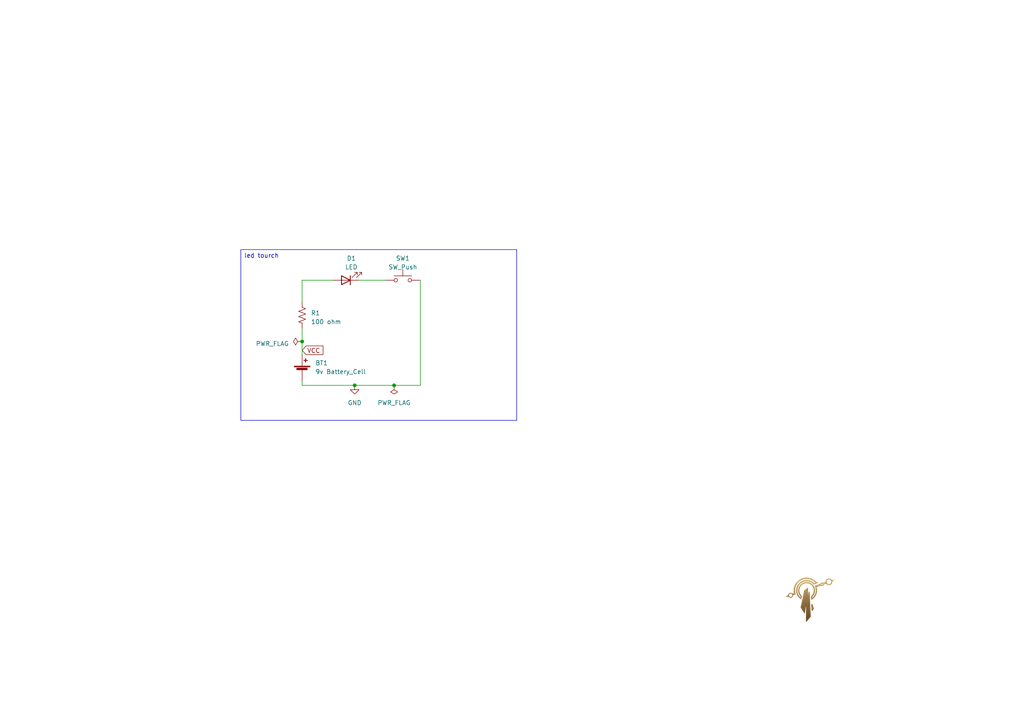
<source format=kicad_sch>
(kicad_sch (version 20230121) (generator eeschema)

  (uuid 409c68e0-d00d-46ec-9e71-3b269ba25fc3)

  (paper "A4")

  (title_block
    (title "LED TOURCH")
    (rev "Mohamed Saber")
    (company "MSM")
    (comment 1 "simple schematic for a led tourch battery")
  )

  (lib_symbols
    (symbol "Device:Battery_Cell" (pin_numbers hide) (pin_names (offset 0) hide) (in_bom yes) (on_board yes)
      (property "Reference" "BT" (at 2.54 2.54 0)
        (effects (font (size 1.27 1.27)) (justify left))
      )
      (property "Value" "Battery_Cell" (at 2.54 0 0)
        (effects (font (size 1.27 1.27)) (justify left))
      )
      (property "Footprint" "" (at 0 1.524 90)
        (effects (font (size 1.27 1.27)) hide)
      )
      (property "Datasheet" "~" (at 0 1.524 90)
        (effects (font (size 1.27 1.27)) hide)
      )
      (property "ki_keywords" "battery cell" (at 0 0 0)
        (effects (font (size 1.27 1.27)) hide)
      )
      (property "ki_description" "Single-cell battery" (at 0 0 0)
        (effects (font (size 1.27 1.27)) hide)
      )
      (symbol "Battery_Cell_0_1"
        (rectangle (start -2.286 1.778) (end 2.286 1.524)
          (stroke (width 0) (type default))
          (fill (type outline))
        )
        (rectangle (start -1.5748 1.1938) (end 1.4732 0.6858)
          (stroke (width 0) (type default))
          (fill (type outline))
        )
        (polyline
          (pts
            (xy 0 0.762)
            (xy 0 0)
          )
          (stroke (width 0) (type default))
          (fill (type none))
        )
        (polyline
          (pts
            (xy 0 1.778)
            (xy 0 2.54)
          )
          (stroke (width 0) (type default))
          (fill (type none))
        )
        (polyline
          (pts
            (xy 0.508 3.429)
            (xy 1.524 3.429)
          )
          (stroke (width 0.254) (type default))
          (fill (type none))
        )
        (polyline
          (pts
            (xy 1.016 3.937)
            (xy 1.016 2.921)
          )
          (stroke (width 0.254) (type default))
          (fill (type none))
        )
      )
      (symbol "Battery_Cell_1_1"
        (pin passive line (at 0 5.08 270) (length 2.54)
          (name "+" (effects (font (size 1.27 1.27))))
          (number "1" (effects (font (size 1.27 1.27))))
        )
        (pin passive line (at 0 -2.54 90) (length 2.54)
          (name "-" (effects (font (size 1.27 1.27))))
          (number "2" (effects (font (size 1.27 1.27))))
        )
      )
    )
    (symbol "Device:LED" (pin_numbers hide) (pin_names (offset 1.016) hide) (in_bom yes) (on_board yes)
      (property "Reference" "D" (at 0 2.54 0)
        (effects (font (size 1.27 1.27)))
      )
      (property "Value" "LED" (at 0 -2.54 0)
        (effects (font (size 1.27 1.27)))
      )
      (property "Footprint" "" (at 0 0 0)
        (effects (font (size 1.27 1.27)) hide)
      )
      (property "Datasheet" "~" (at 0 0 0)
        (effects (font (size 1.27 1.27)) hide)
      )
      (property "ki_keywords" "LED diode" (at 0 0 0)
        (effects (font (size 1.27 1.27)) hide)
      )
      (property "ki_description" "Light emitting diode" (at 0 0 0)
        (effects (font (size 1.27 1.27)) hide)
      )
      (property "ki_fp_filters" "LED* LED_SMD:* LED_THT:*" (at 0 0 0)
        (effects (font (size 1.27 1.27)) hide)
      )
      (symbol "LED_0_1"
        (polyline
          (pts
            (xy -1.27 -1.27)
            (xy -1.27 1.27)
          )
          (stroke (width 0.254) (type default))
          (fill (type none))
        )
        (polyline
          (pts
            (xy -1.27 0)
            (xy 1.27 0)
          )
          (stroke (width 0) (type default))
          (fill (type none))
        )
        (polyline
          (pts
            (xy 1.27 -1.27)
            (xy 1.27 1.27)
            (xy -1.27 0)
            (xy 1.27 -1.27)
          )
          (stroke (width 0.254) (type default))
          (fill (type none))
        )
        (polyline
          (pts
            (xy -3.048 -0.762)
            (xy -4.572 -2.286)
            (xy -3.81 -2.286)
            (xy -4.572 -2.286)
            (xy -4.572 -1.524)
          )
          (stroke (width 0) (type default))
          (fill (type none))
        )
        (polyline
          (pts
            (xy -1.778 -0.762)
            (xy -3.302 -2.286)
            (xy -2.54 -2.286)
            (xy -3.302 -2.286)
            (xy -3.302 -1.524)
          )
          (stroke (width 0) (type default))
          (fill (type none))
        )
      )
      (symbol "LED_1_1"
        (pin passive line (at -3.81 0 0) (length 2.54)
          (name "K" (effects (font (size 1.27 1.27))))
          (number "1" (effects (font (size 1.27 1.27))))
        )
        (pin passive line (at 3.81 0 180) (length 2.54)
          (name "A" (effects (font (size 1.27 1.27))))
          (number "2" (effects (font (size 1.27 1.27))))
        )
      )
    )
    (symbol "Device:R_US" (pin_numbers hide) (pin_names (offset 0)) (in_bom yes) (on_board yes)
      (property "Reference" "R" (at 2.54 0 90)
        (effects (font (size 1.27 1.27)))
      )
      (property "Value" "R_US" (at -2.54 0 90)
        (effects (font (size 1.27 1.27)))
      )
      (property "Footprint" "" (at 1.016 -0.254 90)
        (effects (font (size 1.27 1.27)) hide)
      )
      (property "Datasheet" "~" (at 0 0 0)
        (effects (font (size 1.27 1.27)) hide)
      )
      (property "ki_keywords" "R res resistor" (at 0 0 0)
        (effects (font (size 1.27 1.27)) hide)
      )
      (property "ki_description" "Resistor, US symbol" (at 0 0 0)
        (effects (font (size 1.27 1.27)) hide)
      )
      (property "ki_fp_filters" "R_*" (at 0 0 0)
        (effects (font (size 1.27 1.27)) hide)
      )
      (symbol "R_US_0_1"
        (polyline
          (pts
            (xy 0 -2.286)
            (xy 0 -2.54)
          )
          (stroke (width 0) (type default))
          (fill (type none))
        )
        (polyline
          (pts
            (xy 0 2.286)
            (xy 0 2.54)
          )
          (stroke (width 0) (type default))
          (fill (type none))
        )
        (polyline
          (pts
            (xy 0 -0.762)
            (xy 1.016 -1.143)
            (xy 0 -1.524)
            (xy -1.016 -1.905)
            (xy 0 -2.286)
          )
          (stroke (width 0) (type default))
          (fill (type none))
        )
        (polyline
          (pts
            (xy 0 0.762)
            (xy 1.016 0.381)
            (xy 0 0)
            (xy -1.016 -0.381)
            (xy 0 -0.762)
          )
          (stroke (width 0) (type default))
          (fill (type none))
        )
        (polyline
          (pts
            (xy 0 2.286)
            (xy 1.016 1.905)
            (xy 0 1.524)
            (xy -1.016 1.143)
            (xy 0 0.762)
          )
          (stroke (width 0) (type default))
          (fill (type none))
        )
      )
      (symbol "R_US_1_1"
        (pin passive line (at 0 3.81 270) (length 1.27)
          (name "~" (effects (font (size 1.27 1.27))))
          (number "1" (effects (font (size 1.27 1.27))))
        )
        (pin passive line (at 0 -3.81 90) (length 1.27)
          (name "~" (effects (font (size 1.27 1.27))))
          (number "2" (effects (font (size 1.27 1.27))))
        )
      )
    )
    (symbol "Switch:SW_Push" (pin_numbers hide) (pin_names (offset 1.016) hide) (in_bom yes) (on_board yes)
      (property "Reference" "SW" (at 1.27 2.54 0)
        (effects (font (size 1.27 1.27)) (justify left))
      )
      (property "Value" "SW_Push" (at 0 -1.524 0)
        (effects (font (size 1.27 1.27)))
      )
      (property "Footprint" "" (at 0 5.08 0)
        (effects (font (size 1.27 1.27)) hide)
      )
      (property "Datasheet" "~" (at 0 5.08 0)
        (effects (font (size 1.27 1.27)) hide)
      )
      (property "ki_keywords" "switch normally-open pushbutton push-button" (at 0 0 0)
        (effects (font (size 1.27 1.27)) hide)
      )
      (property "ki_description" "Push button switch, generic, two pins" (at 0 0 0)
        (effects (font (size 1.27 1.27)) hide)
      )
      (symbol "SW_Push_0_1"
        (circle (center -2.032 0) (radius 0.508)
          (stroke (width 0) (type default))
          (fill (type none))
        )
        (polyline
          (pts
            (xy 0 1.27)
            (xy 0 3.048)
          )
          (stroke (width 0) (type default))
          (fill (type none))
        )
        (polyline
          (pts
            (xy 2.54 1.27)
            (xy -2.54 1.27)
          )
          (stroke (width 0) (type default))
          (fill (type none))
        )
        (circle (center 2.032 0) (radius 0.508)
          (stroke (width 0) (type default))
          (fill (type none))
        )
        (pin passive line (at -5.08 0 0) (length 2.54)
          (name "1" (effects (font (size 1.27 1.27))))
          (number "1" (effects (font (size 1.27 1.27))))
        )
        (pin passive line (at 5.08 0 180) (length 2.54)
          (name "2" (effects (font (size 1.27 1.27))))
          (number "2" (effects (font (size 1.27 1.27))))
        )
      )
    )
    (symbol "power:GND" (power) (pin_names (offset 0)) (in_bom yes) (on_board yes)
      (property "Reference" "#PWR" (at 0 -6.35 0)
        (effects (font (size 1.27 1.27)) hide)
      )
      (property "Value" "GND" (at 0 -3.81 0)
        (effects (font (size 1.27 1.27)))
      )
      (property "Footprint" "" (at 0 0 0)
        (effects (font (size 1.27 1.27)) hide)
      )
      (property "Datasheet" "" (at 0 0 0)
        (effects (font (size 1.27 1.27)) hide)
      )
      (property "ki_keywords" "global power" (at 0 0 0)
        (effects (font (size 1.27 1.27)) hide)
      )
      (property "ki_description" "Power symbol creates a global label with name \"GND\" , ground" (at 0 0 0)
        (effects (font (size 1.27 1.27)) hide)
      )
      (symbol "GND_0_1"
        (polyline
          (pts
            (xy 0 0)
            (xy 0 -1.27)
            (xy 1.27 -1.27)
            (xy 0 -2.54)
            (xy -1.27 -1.27)
            (xy 0 -1.27)
          )
          (stroke (width 0) (type default))
          (fill (type none))
        )
      )
      (symbol "GND_1_1"
        (pin power_in line (at 0 0 270) (length 0) hide
          (name "GND" (effects (font (size 1.27 1.27))))
          (number "1" (effects (font (size 1.27 1.27))))
        )
      )
    )
    (symbol "power:PWR_FLAG" (power) (pin_numbers hide) (pin_names (offset 0) hide) (in_bom yes) (on_board yes)
      (property "Reference" "#FLG" (at 0 1.905 0)
        (effects (font (size 1.27 1.27)) hide)
      )
      (property "Value" "PWR_FLAG" (at 0 3.81 0)
        (effects (font (size 1.27 1.27)))
      )
      (property "Footprint" "" (at 0 0 0)
        (effects (font (size 1.27 1.27)) hide)
      )
      (property "Datasheet" "~" (at 0 0 0)
        (effects (font (size 1.27 1.27)) hide)
      )
      (property "ki_keywords" "flag power" (at 0 0 0)
        (effects (font (size 1.27 1.27)) hide)
      )
      (property "ki_description" "Special symbol for telling ERC where power comes from" (at 0 0 0)
        (effects (font (size 1.27 1.27)) hide)
      )
      (symbol "PWR_FLAG_0_0"
        (pin power_out line (at 0 0 90) (length 0)
          (name "pwr" (effects (font (size 1.27 1.27))))
          (number "1" (effects (font (size 1.27 1.27))))
        )
      )
      (symbol "PWR_FLAG_0_1"
        (polyline
          (pts
            (xy 0 0)
            (xy 0 1.27)
            (xy -1.016 1.905)
            (xy 0 2.54)
            (xy 1.016 1.905)
            (xy 0 1.27)
          )
          (stroke (width 0) (type default))
          (fill (type none))
        )
      )
    )
  )

  (junction (at 114.3 111.76) (diameter 0) (color 0 0 0 0)
    (uuid ac4c74ce-bdfb-4fca-8fc0-d6e5916ecef7)
  )
  (junction (at 102.87 111.76) (diameter 0) (color 0 0 0 0)
    (uuid ad3cb982-2450-425e-bf56-520182d4c25c)
  )
  (junction (at 87.63 99.06) (diameter 0) (color 0 0 0 0)
    (uuid dd1293cd-7395-4671-a637-3246682df55b)
  )

  (wire (pts (xy 87.63 99.06) (xy 87.63 102.87))
    (stroke (width 0) (type default))
    (uuid 0af25276-fb24-4597-9801-8c6d3930943e)
  )
  (wire (pts (xy 121.92 111.76) (xy 114.3 111.76))
    (stroke (width 0) (type default))
    (uuid 102e83f1-1df7-4dce-a23d-b2a4c9ee5dfa)
  )
  (wire (pts (xy 104.14 81.28) (xy 111.76 81.28))
    (stroke (width 0) (type default))
    (uuid 288d821d-fcc3-4bcf-810b-b1771c650871)
  )
  (wire (pts (xy 87.63 111.76) (xy 87.63 110.49))
    (stroke (width 0) (type default))
    (uuid 2c34ca9f-931b-4dba-9251-384f0c307d20)
  )
  (wire (pts (xy 87.63 81.28) (xy 87.63 87.63))
    (stroke (width 0) (type default))
    (uuid a1f0117b-edc5-4599-9eae-4f8d8551e238)
  )
  (wire (pts (xy 102.87 111.76) (xy 87.63 111.76))
    (stroke (width 0) (type default))
    (uuid a834fd4a-edbb-48a7-ba02-f7f2d9a40195)
  )
  (wire (pts (xy 96.52 81.28) (xy 87.63 81.28))
    (stroke (width 0) (type default))
    (uuid bb21ccf7-9309-481f-97df-66c1fe3f365c)
  )
  (wire (pts (xy 121.92 81.28) (xy 121.92 111.76))
    (stroke (width 0) (type default))
    (uuid bed22685-a3af-499e-b552-900c7f787069)
  )
  (wire (pts (xy 114.3 111.76) (xy 102.87 111.76))
    (stroke (width 0) (type default))
    (uuid ddd8c6e0-f60f-4a67-b4d1-b11a8a1fc2a2)
  )
  (wire (pts (xy 87.63 95.25) (xy 87.63 99.06))
    (stroke (width 0) (type default))
    (uuid f5254a66-5525-4d83-949f-0f4c4c5df5f3)
  )

  (image (at 234.95 173.99) (scale 0.603214)
    (uuid 9e645d14-028d-432a-9f37-967e065c4416)
    (data
      iVBORw0KGgoAAAANSUhEUgAAAR0AAAD+CAYAAAAHzdHjAAAABHNCSVQICAgIfAhkiAAAIABJREFU
      eJzsfXl8XVW1/3ftvc+5Q5KmU1oo0w+QqVVRQWRoaQJlFPShJgqUQikUJ+ShIoJoT0ERECd8okWg
      paWVlyAPhQcymZQOTEUUbIEyQ+mUOXc85+y91++Pc8/NTZpCCwV5petDgOTeM+29z3ev6bsWYYd8
      EIXY86htMkR9PSyRZwd/4Y3lv0iFTrg7Q+0NNnswY1dY3oWZd2K2dcwYDuZhAKUAJIkgGawB8gkI
      GCgCyBBRJxFtJKJ1JMSrEPQ6CG9IyJdeyfS2NzR4evC1W1s9Vd8+ntHYaImI34fx2CHbkdC/+wZ2
      SFmI2aO2NojBL/oLL1yXoB5/HzLiEIY90OrwAGYcYK0ZS2ychCMgiBEGIcIwhA5DGG1gjIG1FtYy
      wAwQQQgCEUEIASklpFJwHAU34UIoB0FoERqGkConhHiFSK4UklYBcgVBPrnXof+5ofLemD3R1gZR
      Xz/L7ACgHbIlsgN0/s3ieZ6YPHlToHn1kasPMJLqjTaTYO0hRod7uApKwqKQL6BYKCAMQlhr2Fpr
      mZmJCAQQQAQCERGYozkmADEiEIGZS78xOPon+piIBAkhpJJIJJJIVaXgJhIohgCT7BNSPS2EXK6U
      aGMlH9nzkxf2xPfc3NwoG9EINDZZIuwAoB0ypOwAnX+PEHOzAFZxhelELz/xi09bE55kjTne6PAT
      CcmODQNkM1n4xSKs0YYZDCIigiCi6JfocOBdvefxUuDSvxhswQBbZoYQJJXjUqoqjXR1NUJLsCTX
      C6laHeX+WWl6YLfDv90Vn6211VOLF8N63qam4Q5574SZCS0tAnWrqKV9JTc2NscmMHmeR5MnQwBA
      fT0s4PG/Y3PYATrvozAztbXNlpVazWtP/HKvIAy+bIz+ktXhp5KKkctkkMtmYbQ2AFiQEKCSBvOu
      weWdSHxNZma2bJlJkEwkkjRsRC1IJRBauUE56j7hOP9dTGcenDDBCwCAm5slGgeA6w7ZxsIAgZsF
      Zq9i2kqQb2311Ob8hu+V7ACd90EGgw2zJ158ouqzHOoztQ5PSAqbzvX1IpvJwlqjCSRIUAlktvJa
      AGjrUWkrr0ORNRZhkCGQSCSTYtiI4YB0YYV6TjjOAiETt+598AWvA9Ezt7SspKamFrOV97ZD3kKY
      myVRU3lM31j5i5F+n/0MEX/CstnTGh4DcBogTUS9JGgtkXyeLT2xxs88E6/J5uZG2bhqwlaD1juR
      HaDzHgozqK3NK4PNc0uvrlGu+IoJgq9L1p8wQQE9Xd3QYagJJEBCRMbSFmEGl/7NHKnIjMhdIxC5
      c1D28GxyEGIDCiXXjgVgS58RMQgE4q1APS4BkIAQ6ZoqUTN8OHwr+6Tj/lFJ53d7feY7/wRKi7tx
      wg7N510KsyeAWUxEzNwsX3js1f+AMadaoyfDmtFJh2B0WPL7WRARpJRwEi4sE/wQVjrOc1Kp/zEs
      b93v8O8+B0Saz1ARy20pO0DnPZLKyWt/7uqa7i581Rr9TZf07rneHmR6+ywzs5BCvN27XdZeIoCx
      JRyRUhCUklBKQEkBYyz8wCDUBgxoMDSBDUiY8lnAAoAAIBhwBJF0lEDClRBE0MZCG4tQl6JeQLwA
      RekEb7tm2LJlWOu4rho5ehQCOFY5yTuko67Z+5DvPgFEO/Ts2at4h89n66Vybb346M++YnR4qeTw
      YyYoINPThzDw2Vo2KDv7ShsZl/YoIhJSynQ6jZraWhSt9JWbWOhQ4oo9D7vwVWam2bNn03s1NztA
      ZxtLc3OjXLVqAnueZ19p9ZJhKnmeDcMLHeg9ejs6kc/lDBERCSHe6jwMQETahwVDCEnCURIJVyLU
      FoViwAD1gPECCC8R0RsM+4YFrSXiDiLZTUZkbIi8FE4R6IJyq8gvFhKBSLjVKccNg6CWmUaAeQwL
      7EyMXYUQe4DxEQveWxJVp1MOiIBiYKC1gWUYAKB+ENqMEADL1lojhFQj60bBiCScZPKPKqGu2uug
      i54GSj6FBs+8A5PwQykx4Lz892v3CAvB9coGJ+Z6epDp6zPMjP5NbEBgoELKmjTDMltYK5VSo8fU
      QYtERrrJy/Y97OLrgGgtvxfm8A7Q2UYy2G/zwqNXf8mG4eUO6QN6OjqQz+V05BCmtwQbioEGkI4S
      lEw4CLVB0dd5MJ5lwuMEXgGLfxm4L0w87Xc92zoC0dzcKOtQVZcwcgIIHwXTJwE+HKC9qlKOBAhF
      P4QxbEGwAMu30daYrTUkhBo1ZjQMJY2TTP5eKfHjPQ/53nogcjhTU9MOf89bSAwCLz5y7Qmhn1tA
      OjeqY0O7IQzexJgBKo1leW4Ga8oVmwazNdY4CVfV7bwzNLm3O+N2PmPPPacXt9W8xKkh9fWwO0Bn
      G0jlxLz82M8P1Nq/Rtjg2Gx3F7KZTAlshHiLzZwZ0WJwlBDJhEKhqKGNfYUZDxFxq5Vy6RGNN7wx
      FMDEEwoA7e0rGQAaV03g2QBmzfKGuChj9uzZNAtAy/iV1AigrW4CAcDmkvxWNje6GV27vwFNBPGx
      BByZTKgRSgrkiyGMZVNaTPKtHhJstZBC1e00FiEl2h038eOPlHbWKJKyI8lwKInX2IuPX3OWzufm
      Zrs2ws8XQ5LS6f8SLACo0hoiAoq+gSn5dFwl4DoSQWhQDDQsw/RrrBRtDWzs2J13UkalH08NH3X8
      Hh//evc7AB5iZrS0NIm6ugk02Ee0A3TehVQ6irnVUy8mU5cFxfwPKMyrrvZOQwCRkII3CzbRjkQE
      lU46MIbhB+GrzHQXEf+5s08+cvJ5N+Qrj2hubpR1dROofjEsZnlc0i8GXCAKoVb8NqSUDP4hjgdA
      zEBLS6Ooq5tAQ4VUH110zlgjuIEsnQLi46tSiWHGWhR9XdplWfIQ66t0ObbGmkQqqUaNGYOQ3Ech
      1AX7HX7x48AOrWewxCbV6uVXncZBfmHnurWwbI0QUnKU/ckM2KSrpBCEfDF8E4xWEniSrX1DQvRp
      hgPiOgLtQ8BEJhxRnXZVvhDCMhtUbBZW63D02NEOEjUraqt2mjzu4PPyK1bMcQ7KrGO0j2c0riqv
      l5aWlQQAdXUTqB5AS/tKHsoke3XFL3fWOjhNm3D4DtB5h1Jp7764/KrDtda/U+x/fOPa9bDGaBJC
      vcXhFgQrhVCphEI2HwQA3WMJ84eFxfsPnLYgV3mdulXtVD+r1ZTSAMuJxVFW8Wxqa4OoRzThjU0t
      dmv9I8xMQItA2ypC+3ievWoVz5o1MHGMAUKJDzY46W/xH6fvJq34PBGdJqU4LJlQyBcCMEMjWsxD
      rDMC2FrL1g4fMUJRshpuMnX1PocfehlRg34/oij/FyQOib/w6M8PLfR2LM92tZNlNgSKQIJhSUCk
      kw5yhfAfzHSt4vxdh05d2PdW53341unjpVAzAT4vlXSS+WJoKAYeogh4xoxyKFn7l/0n//DzW3vf
      zz525SgHzoGw9rAw1J8VMIeR1Sj44T07QOcdSOULsXrZlZcFxcIVJt+Hvp4eLaSUgNjMe88MCOMo
      UglXIZsPOoixACRvOPy0G54rf6u5UbYAGAwgMTi0ta3aRGUdeBVPvPjiSCdY0+UgMcxNK+0aRGq4
      0WTTQMGpMn4mndAf+cj5webMmViTax+Y2dr/2ex6WY96W5nb8fCi6ZMl6Dwwfam6ynVyhbAEPrxZ
      8LFWGyGkHLvLzgjJfUqlnBn7fPqSp5iZMHs2vR+5Ix9EiZgtxO3P3VSzYc0rT/q9HfsUioEholgr
      MUoKqY1lAl16/+pdr4k3gzInrn0lt5S+XLeqnTC5HpWO+0duO+cAY/n66pRTn8uHNsqziMwta7Qd
      NnKkSAwb8U8hVRsJsVoQv2a17QJRkQSEIJm2xlSx4DrL2A1s94LFflabAxIORqVcgTVr2tu1X7wh
      s2HtLcdecPcLO0Bn64RaWyNz6sXHf76bDgq3KOM3bHhzLUpRGrkZJYMBGCljzcZ/k0G/VaCbDz3t
      xg0AwJ4nMH4lobGlkre0WRIoALy04qrasEj7OA7vyxZ7sbW7Wza7sOU6BoYzYyTACUQauCjdCBOR
      JaICgB4S1EEsNoDwJgnxGgMvKskrxZidX99zz+nFAQ9RcpYP1nSGyrSOdlJxIcDTqtIJN5cPwED/
      brrpELE1xtSOGK4oVWPcZPp7+x1x6S+A9yd35IMosZm5arH3Syr0/mdnR09IQsQ+HOMoIUNte5n5
      lImn39wKxH4xz7xdcIE9T7RVcP6WLZrx21TS+XqhGA4wtcBs0zXVYtjwYQAJ+CHDMjOBbOSbhhQE
      KCmgBBD4AciG8Is+Mpn834Ni8RevLln0p+nzUF5LO0BnC6Uyd2H1o1cfExYKC+Fn6jrbO0razdDT
      zIAhgqxOu8jm/E4I8YuwqK9vmD6vBwBavXo1WFsYvCBieaH16l1Nwh4mmA82xhzCbD9qtR6pJIQr
      CTrUCAIfOtQw2kBrDWYGM1cYZSixzAlSKihHQTkOEgkXJCX80MJCBkKK9STE0yTV40KIR1PWebKS
      WxUDzWDHb3NzowSA2PRcvmjm/gxzEQNnp5MO8oUwfs5No3hEsMYYpaQcM25naJFoATkz9p94cYZb
      PUUfIuBh9gSRZ59/7KoDMxs3PFno6ZEUuQcJgJWShLGcIyEajvjKH55YMWemc9DMG/TWRjK5uVFS
      aa6W/vGcG6uSzoxcIdRgLrsHmNkyGwsQCSFElHsae+fK9JiQ2TqphEOFwDwD4iuPPH3ebfE5Wj1P
      1QOWPG9H9GpLJF4AALB6+ZXfDQuFn+W7O1AoFLUQUg2l3RBgLcDppCPzhRBE+J218oojz7hhHTBk
      pCYigVbwZ5hBLz9+9UGhNsfDmAZj7KcldI0jgHw2h3w+Dx2GsMZaZmujdVDiT1CJXL6ZGWYuxSuY
      Y6J5xDIXQkqpyHEdpKvSSKZT8DUAITuEcJZLJe8Hi7/uc8T3Xiqfq7lZtqAFlQ7EWHOLF/SS+dM/
      Q1JckUyoY4xhhNps1t/DYGZrzJiddlLWSa9WTurL+x7xvX+UNB6DD0FOT+wzfPr+H8zjQu+ZfdmC
      JkBFFUqYXUdRqPWXjjjt5j81Nze6TU0twTu9FnueiNfc0kUzWlMJp36AjwdAnN/TT7OJ0gwFwTLI
      plNK5Qs6IwRd7vbRrw8+74YQKG2qs9oGaF47QOdtpDKS8vyyn8wRujhzw5o3wQxDQsiYRzBACFqK
      yG+TL4StDLpo0uk3Pglsqv4OpkoAwHNLr95PkP2SMfoLOgg+lXKAQi6HbCYLE4TWsrVEgiBIDIhB
      vRvpT1pFVPkievUBZiGkdFyXaobVwEmmEBgUpOO2Sen8qSj03R879AcbgCh0P2v8eKqMPLHniZbx
      /ZyrpYvObgLTNdVpd49sPmCUcpKGuiVrta4ZVquc6tpiMpU+7SOHX/I/7HkCs6L0/3f9zB9QiX05
      L6349e6db7z8rzCfqWEiBoMYMNVpV2bz/txJp9989rYyPWONZ+mCs/eDwFNCiJS19u2YMBaAqEo5
      yBXCexn8zUmn3/wyEIFNg9c25AaxA3TeQuIJXbtiTrqvsOF2CvInrH9znYlVzCGSPRkgk04qVSiG
      vZbx/SOn3vx7IJrU2aVMZWBTsGH2xIuPuicZY2ZoPzguITmR7euLSKBG6xIHNMo2pQqEGEoG3xkz
      CMQMHhqjeIh1QP3/E4Vlma21UR6I48ja4bVIpNMIreiQrnOHQ85Ne8UhbwahpVlUgk9lpvaK5pm1
      hVD/RArxDSkJQWg0GJtG+4jA1mrHUap2zFioZPqifQ+/9Np4vLZX/la87p6+/9Jv2ELvf/X15SPn
      MYEFEVnmrBb2Yw2nznu1UkvZVtddcuuMq6vTzveyg8ysskQxeuNIIS0zjLUXHzl17jXxOd7Op7QD
      dDYj8QS8uOxnYwKduxfF7Kfa12/UQqrNhcINAFmVdpErhA/owMxsmD7vVWZQS0ujGGB6VDCDly//
      RWoUF6dao78hrD5QF/MRCVSHmiBKJNDN3masm1iUIIgiTpWgEjbF1nd8jti9E2kysU0eET5LZxQg
      jtPoN2ucWWstGEgkk3LEqBEIoaDcxD1Sql/vc8Ql9wObajmV4woAyxZNP8oa3FBdldg7mw8MSmTV
      gdeKQusMFjvttiusTF63/6TLLgDeuzT9f7eU1AtececFdwhTPCVbKJs6ujrtqkzOv/HIM+aeW9Im
      tpmfy/M84XmeXbLw7L3YYqUQlCxVexswJwwY15EyDExGEL50xNSb7x9qnW9OdoDOEBK/GGv+ed2u
      vZ2dD9l8777dnd0hSeVsRr3QriNVEBoQcMnEqTdfVXme+EvMnsBsgDzPtrZ6ardU4uygGHzXIb1P
      tqcHmd7M25JAK2gSEXFYCDhKwHEkmBl+YBCEhpkRECEA4AMICAg4eqldAAkwEiA4RHBcRyLhKDCA
      UBuE2sIYCwCaK5jrQw4WM1s2hkiqkaNHQiXTYOksdh3nx3sfdsmD0VeaJdBfT5mZqW12g2zw2vTS
      m86u4QR+m0o6ZxR9DR6UqFZ5IWut3WmXcZIT6Vv3n/jDM4DtL5GQo6psvHbFnPTrrz79vA2KuxrL
      pWKzzI6SZA0df/jpf7jvvQDdGHiW3nr23amU89lcYbBvJwIcPzQdkuwxR5w+7x8r5sx0DjrvBr2l
      +WFvlcD2oZSyhvP4z3fr6exo09mevXq7e0OhlMND+W8AXZVyVK4QrrFsT6s/Y94SBqiluVH0m06R
      KUVUKnGx7KrPW+1fwX7+Y/muLmQz2TIJVGCI9OKSsw5gpZQQSVcJaxm5YmjY2PWhsc+hGD4rhHiZ
      gTUE8YYGdxgTdstUwa9JjbCZjsAmqnKUKSaFm6yhKuSrCwHqhMUo3+edg8DsYYn2BvMBAPYnwqjq
      lKtsCci0MQwIA9iBPCsiEuQoZkZne4chCBo+avhkpKsnP7vkx3cp5XpETX+vHNsS+OhWr15NnHFz
      BsC0pQtmLLPEv3UdKYPQaGyyNomElGL9m2/qseN2nvrsw5eP2H/S2FOImsLtKbI1e7ZHgMcdna/u
      roNgLNvyamApJQXadhAlHgeAxsaWbW5elug0FkRtQtBno+T06B4IsFIK6YcmpyQde/ipEeDETuMt
      lR2gUyEls0e//Oivxub6Oh/SuZ69+nr6QpLSYbvJ/DIDtibtqmw++JvkxKlHTvv9xtZWT6HBM/EO
      1NzcKIlaDODp1Y9ccYAJ+RoEuZMKvd3Y2NunCUJE+T3RGSsAh0ERncBRSriuFPlCiCC0r4Q6WEyM
      R4ywj9cMc1cffPJAqsQWShbA+qE+WLLwtBHGuh/NZP3DGJhIhM+4jhzjukoVfQ2trY1iFxCRc7O0
      KCl6jq6OLiOoh0bWjTw5VMmTnlt2xXWFwHifbPB6Kn07DV6b9jxPzJoFEHlzWm89659+gJaqpNo1
      V9SaMNCfEPlXlVq/Zp2u22nMZ5992La9uOxnp9ARF23kVk9hO+BtjR8f0QoCo3cH2LGWQQKAJZYO
      kTH04sTTf9cDbJPwwSYSc/eY8HyhoAG2klFSswAyxoKAMw4/9aan3gngADvMq7LEquprT18/ItOx
      vk1nuz/e2x0BzuAIVWTiMFWlXMoVwhuPPGPuucCm5lTl788t+8nFYaHgUZhPdm7stACwmfIWlgFW
      gmQq6aDoa2hjVxHoLpK4W6zPPHn4t1sKg46h1lZPjmlfKYAJAz4YXwfbBqC+fTwDQFvdKqpZvZZS
      I8YNmPuVWIlGwNAQ6vqShaeNgHEnWqKTiHBC0lW7CUEoFMKobs9mWOZsjSYh1dhxY6Ep8bqbTn1r
      n0O//+e3GqvWuWftJB26ozrlHpbNB0NoPNEMWBvqEaNGKpmufSORTJ6xz+GXLgYAbvXU7P/DtZlX
      rJjpHHzwDeGKP1/QaIr5Zt/XFgQBwKQSSvoG90889Q/HvVfXjx30y5vPP8T4uUcikzxyA7qOFEFo
      np80de4BJUdxuU7G1sgOTQflgTatrZ7KdGy42+Z7P97TtalJVWI+WSaIhOsgmw9/OHna3B8DEWj1
      m1NMwGwi8vTzK67c3+TCm0SQP7x3w/rIQSykGjxbJV8Nu0pK15XI5oKebMG/U5CYb3bdY0nlC9rc
      3Cj36h4hcFD0+0F3jzP95kUL3o0we+LJJ3eWwJPAk8Dd68aZSad73QDuAnDXo7eePswv8nGW6AwA
      J1SnXVUohrAWmgeZXiSkAsBr33jTVFVX7y5o1J2rllx+s+MMv3CfQ7/VVwk8DQ1ezLda39rqHZl7
      87X/rkq7X8jmA1NyjleAGkMIR3V3dut00d/N1o5se3bJFT93U84VdPD3e6PniEzampq1dNBBU2xl
      Sc8PmvQnWnqGKNIcwlBTHEEY8FZTuajaO3rh31ZmR/9Rjgx0ENVyij+yzCApnTWPXJgEflngtwuo
      b0Y+9KBTyomwADCGsMjm+w7vbO+OAMfyoO/CkiAhBcEP9LmTp8290fM8AQBNTV6FOUUGAD+77Mpz
      /e78r2whk97Q1aVJSEmk1EAzKuJjKSWU6wjkCuHLfmjmqJBunThj7tr4W62tngKAmtVr6e5V40yT
      5w1Qa1esmONUF3vqDMzeingXJoyFxShYrrHgBDMnCMQgBCRQFCT62HIXiNaz4DXWd1/eiHxHye9U
      QXHwxEknzXTwJHDQiG5LTQv7ECFby9JF507I5oKZAKZVp93h+RL4xDyr0jOSEI7KZws2n30DY3cZ
      e3YxMPXPL/3xmftNvGwpe56YDcDzPNvQ4OkK8P5i24Lpf6hOuufkCoHBoKJhDAYJpfLZoi3k14ox
      43b6TkEnm1Yt+clv3URyEdF33gBiIL7hnS+Qt5A4cxyIzJKYaY2Ilc94C1CopJSU1p8GgJVLL5+g
      pPv5XFfn6bmujgEVAyILX6TiU+C9Ah4AjgsUsoOSLxhgy2HfmtoIwN+hnfShN69is2rl4tnXUjH7
      nQ3r1mshhgiLM6wQJKIILp165LSbbuPmRlnJlYp3buZm+eyS534vTXBO+9r10DrQRGqozGUtBalk
      0kE2F7xKRNdWFdTcg0vlLOIyFsCmdW7WPHblqIzPBxPxp421n2BrJ7Cxu1uj00oSHEkQArDGIPLA
      RDhCEUsPQkoYC2jDCA1DOiorSLxKQqwiKZ4i4scTgfn7ng1eua+V53li1mSINgD1i1Gmbiy/Zdou
      IcQ3QfS16rRbm80HQCmFYPADW611dW2NcmuGI5FOX7j/xMt+VTkPwMAcnMXzp/+6KuV8K1cINwGe
      ytlha0wqnVa1o0ciZJkV0nlUSPonCSqwsdaOsj+JO1S8W4nqPDe/bXfTwUXT4/ylwdnbK5detbsS
      5mQdmi/qIJiUlKz6unuQz+XKugQBVikhINQLtR/b+aMTJnhBHFrfFs9U+WxNTS3m8T9feHyYy9yr
      tWYCgRmcSEgRGiybdPqNE0tff0eg96EGnRgkVi2dPcPmsjduXLveSiWJByXLUeTNF1IQjOavTD5z
      7n9vEg4vRVBeePTqXf1i7k8iLB6y4c11RpAkEA2oqUMMCwKqUq7IFYIeEK4qsvmv40olLVq9elU/
      vo7bBhVAWv3ET/cygf6sDc0x1ujDwWZUQhL8YhGFfAFBMYAxJqoYAWsjPkFp1cZKsi1tkZFjUAiS
      RIJKzfUSSFWl4CQS8DWDpNogpFzqOM79QvG9Hznksjcqxw4AsLgNca7I4j9O3w2afwDGecmEg4K/
      KVAQCNYaI4SQY3fdGaySc/efxOcQebbyJY1DtwDQestZv6pOOxeUgGfI7GUqpy9adhOurK6pRqoq
      DSEIjqOQ8XnGx4664uZ3k8HLzNTS0lTORVn9yBUHsMVEtvwRy3YYCSqQkK9Li0f3mXjZo5VjVd8+
      nitD+88+duUoCu3x1uov6UBPcaWtLmZz6O3pgzWhJkgB0V9lsgQuJJUKanba6eMHHvXj5yvHaFtJ
      PD6P3/mt7yob/KwvW9AAKQLpqpSjCoFZNOn0m05/N9f+0IJOPLjPL//xIdmu7uWZzg5JIMubEBEj
      y9V1JHxtpjdMmzevtbVeNTS0beIEfeGRn3yqmCv8xeT7dunq6A5FZVU3lCkG2nWUYgBBaG4Rhn44
      +ey5bwAR2LSPr+NGNCJeoC+tuKpW+/pzRuupOgwnuYJTQaGATG8GYRiy1caUqlVSuf1DeV6p4sqV
      ssnfo5RBC7ZsLcAgIVUi4aJm+DA4iQQCK7KOo/5GUiwclrR3jzvYy0ej0yzR0oK2Ve0Ug8+S+dM/
      Y8FXp5LO5KKv46qCg8CC2Rprd9p1J8lO1eI08B97Nng9laAwAHjmn3Xj8OrkjL5M0dqodshbCLO1
      bGEtM2CUEomqkaNf22OfCR+r239GJqYZvOUpBp+xIvP3uWVXHGVC830dBvWuhCOJYbSBkAIggWLI
      UG7iKZLiV+Mn/Wh+fI4VK7z0MN9pMCb8kg7NiYrMGF0soqe7F6EfmKjts9hs7WlmNjXVKYlkzdcP
      Pulnv3sv2PceIDzAPvKn8+8VunB8oahLQM+6piqhMrngB/Vnzrvy3Vz7Qwk68QJ6acVVtX0d3U8W
      e7r2Lg6sU1L+KgGcTChR8PW36s+c95vBWaBlwFn+k+Py2eydxZ6uZC6bL2UuD3BCW2agusoV2bz/
      orV0wVHT590DxKS4eltZwuK5x67Yk0N7rg70NAd2Fz+fQ293H3QYGgAoUzHe04FiZmsNE8hxXFk7
      YhicVBqaxCuOStwMcm7ef+LFa+NxiMOtsSbQNn/6t8B8ZSqhqgp+qBEVnhpwz9aYqFhUuvpfyXTN
      CfscevGaigVNK1bMVHffPc54nmf/dtMZNySSzrlRyH4IlvomUsJga8Oa2mrHHTbC+9jRP55dyaze
      omGoAJxnH559nQ2D83Uhh56uXhijDVvmmJlCRIAQqmZYNWpHjUAA9Rc3kfitDsPjrA5PgTV7Qofo
      7epBseBH3LYt6AhSEpNKKIlEeslnTrnuyG1tXpWZ7cuv3L9zzRtPB/k7WtQaAAAgAElEQVS8Q4LK
      sRQpiADZMOmMG9veTWLihxp0nn7oskU223tqV2ePFlKpwWVFiUhXJR2VK4bX1E+be3FpoMuUgwpt
      6ZRcb+aOfFcHgiA0QkZlJCvESEHScSR8X9/MqfQFDU3XZ+MGZ5VlLFYv+eleGuF3wqJ/lksm3d3R
      jWKhUAIaEnEb4U1WGpeLazADESEyom0SkShF1ICoT1K/f6f0dxG/M4NPSyg11itpJgBRVXVaDB81
      AgFkj0o4fxBI/mow+MTjtHjhWfuwwU1VKXdSLiJ4ciVgUFQsKqwdWes41cNfd2rSxxzwmUtXr1zp
      uZU+mNeevn7ExtdePj3X2fHrUgiZh7rf/vNGeVQAIIhkVUrByFQ4Zs+d993zk5e8uqXmQawVMTOt
      XOzd6Rj/c2++vs6CrRVSymjY+28jXkPM1rBlGjF6pHDTVRBs0Nfdi3yuYMHWkhAyrgWwNajBlm1N
      bY1Ija47/qNHzrpvW2o78bn+fs/3f2cLPV/NlE2ryJ+ktX3FTY2YcHjTLwtx5vQ7uc6HDnTKfpzF
      s2eE2Z4bO9a3GyHVoOJbBIB1VdpVuXx4W8NZ804F+lPUB5xn6ewvh7n8bT0bNsIYM4h5Hp0n4Srl
      B7oAEjMbzpx7K9Cv3cyeHUVuXlvy0xE59r8f+sE3lA2rOjd2IgwCTUJIokprYmC+MkcF3RnRRkRS
      Rj2wpCTE+c3WMmzpDY024ujvxjCMZWhToj0wLKPUNJiYMGB9VLxYzJatsW4yoUaNGQ1NqttxE7+q
      Tdtrxx3s5aNGcEBbW5uIzdDWuWdd5TjiYmsZ2tpSuc04vkWwWuua2hrlDhu+NpGqaThg0qWr167w
      0lnfadA6bDKhPgkmGNm5fmMUuh3ChxmZr2RAzARSyYQCgZAvhr1gvh9S3bHzXvv+7/4TL85sqZYQ
      7/7PtP7o9zLInbfujQ2hcKRCXJ06mmzTz9InUaKNAACstZYIFHXDkIIGdAPZ2neWwMw2mVAiUTvi
      n5868bMHEzXobeHbiX2Sqx+58jNd69Y9ku/ppah+DxMAXZ1OqGzBv7bhzFsuerf0iw9VyLy0gPTq
      J366V9/69l/kurogpaLBGg6IddJVKpcPnmpP588EStpRKaIST9CqJbNPCTK523o2boBljsyzARqO
      1VUpV2XzwfMSonHyWXOfiTNyMRmIz7fy4cun9gW5nyob7Nq7vh1hEGghpRRSluZnQNySQTDMJJQg
      kXCVlFIgXwxgLBes1m+Gml4B8CYztxNEF4AiEfsMCDA5IK5mYCQBYwjYjcF7ATTWdaSTdJUIQgM/
      NGBmU4rLCsQMdQBEECSl0GHI615fY9xkckTdTnWzO/ucM55bNvu7RLPiBEDR3Fwnm5paTMP0ed//
      27wznyBgQcKRqSDUGiAVP5JQSmV6M3oYeByAe59bcvntnb3BFwX7e7MO0NPZg8APrCgTYCuSDgBL
      xJaYVDIhpZQCuXzgFwrhw0y43TXy7okzbl6LCtkiwGmOHNvPLrniJL+v67yN69uNdKQq1UIHomqQ
      Mp2MfHQChGKg4QfGEkWVGkXJGUxDzuXWCoMIolgMdKrKP3Bl699+DeAb48evpHfip4qltbSeee2c
      9D/++fLN1s8TCRgwSwBMBJXN+6EQ9mYg6jTybvLBPlSaTqypPHXfJf+rM90n9vXlNimgzoBVUgij
      ba8EfXry9HkvDAjnliZo5bIrjir09D6Y7ewgU965+08CAV0dAc6DaaW/eOjUhX1x4S60NAlqajFR
      pCv/W2GCz/W0dyKfzWmhNltj2QCAFEKmkgqhNvAD083Ao8T8CMBPGkn/GpcsrJ+wlQWdljdfmCr6
      vbsLth+3lg9m5omC6JOppJMCgIKvwWBdShQb5EshRIXljKmurVHVI0eAnMStyuDC/Rq8jriT52S0
      iQavTf9twdkHwpg7U0nn/xWKQT/wIPKHWGNMMp2SI0ePQE9nD/K5PDOzEVIMynou93aSriPJdSSy
      +QAgegzMd1jiO6ecOX91+dueJ9pK97CFw0IlwOUn7v7Oo2Ffz2eKgS5Hz5hhU0klikW9AYT/JuKX
      GRhFTCcnEuoTxaKOh+edS8m9T6KcpNefqGesHb1TnXCGDf/OhEk/+gUA4uaB5US2ROIMaGZPPPM3
      fW/Y131sT3dfxXvBujqdUJl88Pujz7rla9uCZPqhAZ3YHFrZ6p0VZLrndrZ3GiEGm1UAABule9sv
      HjV93h2VNnO/D+fK/bM9PY/muzpqg0AbIlFhKoDBsFUpV+YK/oKjps+fBvSbU7F289yyK75UyBV+
      L4LCqPYN7YZIEA3dG8sAoGRCCSEI+ULYDsK91vJdLuTiI8+e2z7U88aJa6tXr6V99x3HQBuAegDA
      6tVrad91q3kx6jdLF7hv/hl7JoycYsGfB3B0ddpNlloWm5Jpsgn4RPV2GGPHjRGsUm+IhHPuR4+c
      dR8A4lIniYYGTy+bf8aYwIr/TSedg3P5QINoEMeKLRtjScbmSNmUKml5EE5EfEXR1witfZYs7tRs
      7zh2xoIV/ecpFY8fVLnubYSamxvFBEyQE5q8YOVD3iE97esfK+ZzXGHmmmRCyYKvHxCJ4LSG0/7Y
      UXmC1rnTfuo46vtBaCy2yOG9iURNDBkq4So4SsAPNAJtbcW4M1tLo8ftBCdVfcX4+lk/iv7YLFta
      WtA4sNb2ABmYAQ1+cdnPxhT8TLPJ9U3u3NChqRQEYcA6UghtbYd1nY9OOe3GDdvClPtQgE48UGuf
      v3b0mufffKbQ3bWTtrBUKlZeFoaurnJVNh/+9qjpt3yzMsoR2/bPPnblqEJ372N+T9fe+VxRkxSq
      bFKVACedcmW+EFx/1PT53wBQKt3ZX1Fv5WLvWoT+d7o3bESxUKyo0TPQ+QwQpZJKGGMRhOYxEN0c
      Fuydx31twcbyLQ/q2FBya26Nmk3MEbt5MtoEAAzWBu6fe9Y+CvgKwGemk2pvbRh+qE1UsadyDEt+
      DK11uqZKVY8aBZVI/mj8kbOuAPrb6TR4bXrFnJnpPte/tyrlHJkrhCHAzuDzlO+u1EROCiGTSQWt
      LYLAvGEZdwPi9trQWVJJPGz16tVbAepQEndPGOyUffLub/8mzGa+mSv4hgDJIOsqIUJtXy06+sAT
      py7sWzFnppPZdxzXrF5L5TKdc89sTiVVY26Tsp+bvwUQDBjScSQlHIVcIYC1/JQg3MLAsVUp98T+
      sSKgVOFx7C47EbvJB1XC+fYBh//omf5nisClZvVaOmjfcTxUT6pnl8w+1S/6P7e5zM5dHV39UVcC
      syVOJZXwfXNqw/R5t22r+j0fCtCJweMfD1xyncn0nN/dnYnUx4G+Y5NwpPQD8y9/p9qDTzzxN35/
      5KLfgfyP+y+9X2d7junp7gtJbEIGNVVpR2bzwXVTzl5wAdDffbOhwdNPtXrDJZsWqYtT1r6+zhJR
      RPqsPEdU4M8mEkqyZQTaPMSw106Zfutf4680NzfKRgB4i93s3YrneWIy2kTly3vXnJnppFv8igC+
      nU46E4LQQGujQSRRkVBJFCUAApA77z4OVib/lCyOPn2fE7/lxztxU1OLeeGe8xOvre99sDrtTCxr
      PKWnKTnILRFUMqEAEArFsIsIf2WB2xNaPVgqiwFg6AL3bydDAQ23euo5JSdao08x1n4u39Pz/7Jd
      3SAZK6Gsq6sSKpMNfjBlxvwrB9cnLhNX50+bCEtLooqfYPAQ71r0d8Po19z8QCM0djUR3Qlr73j4
      9QVPeB5s69yzhlu2K5IJtbcf6JCBGKTZGmNHjh4pKVml3VRyIQHzC3149OCTvSGrD7z86E/GFgJz
      gtV6BplgYk97B4r5giYpy+NPhLC6KuH0ZYvXTTl7wQXbsnbPdg86ZZrD8ss/2bd244pcT48QUnBl
      1nEpvEpCEGB4UsOM+UsrUT0uFPX0Qz+6ivO9F29c166FcgbSGhilaFfwh6NnzJ8JDASc1U/8dK9C
      b/ZuzmcOaF/foaWj5ODMZ6C/tnKhGK4A8ayjpi+4J/5wqCLX74fEABSPx4o5M51eVZgBosuqUu4u
      ucJmaQ9stTZjdxmrOFn1uKhKfe5jh/5gQ0VY3dw1Z2a6yik+lEo6h+aLYYDIfFBJV0EpgWw+CBm8
      jBiLkg7+fMS0fi2vovNEOY1hi55liE4bzy+7/NPa2FNMaD7POhwvYUq5NMUyFaH0SOwoRdrwF4+a
      Pu+OwS9jvEE9uOicsVQMXhSCqqMcxQFzHadAyFRCwRhGMdBrwfhfgG73c8MWn/it3/jxl++57oTE
      id+613/wlmn7wmBJylVjioEO0Q88sNYaKaUcPXYUWLmAUK8JKf5OQrxGhD4wSQsezcbsb7T+hCu4
      tpDJoLuzN9r8+k17BrOpqU6qTC5oOfrsW5oqn2tLxvjtZLuPXq0qedqLPRmPtC9ApO2gerzMMJFZ
      Ffx6yiDAiTz7Tfr5pbNPyHb3XNy1oYOFowbm4XC0+2Xzwe1ThgCcZ5df9bFsV8/9OtO7U293Xygc
      x7ED2evMgE0nHZUvhn3GDy87+uz5v4lO3Z963+C1aXjv/ZgNlpKmY2MfScmE+H3r3LNuyxYCTwq6
      QEkh/cBo0ICxJaEctWHtxnBk3YhDhLFLn33kp8cccNglr7a2eqq5GfLkphvySxaedmKuiGXDqhIH
      GGuRK4QoBOETCPA/jsKdk6cteDY+IbMn0BL3B9uynXdQu5xyadZVrd5HoejzOtCn5DK5gxKCkevu
      Qy6XYzbGkJACA0LcAEBWOVKKhFMDRO10KyM5cRGu6pr0sJyvnTgnqjKJIpV0JAAUimFPrqAfsIzb
      lRD3N5w9r8xzi7PTm5pa7Infutdv9epVw5nzV7fOPWtyMdD3VqXc/5fN+5GWCZAQQjIzb3hzgyEh
      ZDKd3KOqOr2Hm0ggyghh2FDDzxeRz+YRBIGJJkjIyGMWReMAyJqqhOrLFhdOmbFgamn+t2k96u1a
      0ylrOQ//6OjMxs4H+7p7bZRmXhlujW1080oSzoETZ9xcTpOPkwhf+Pt1db1vvvZUtqtzlzA0NnJu
      xpsX61TSUQVfPyr33GtSQ4OnKwFn5fLLP+n35h4q9HSNyGXyWijZ7wOKht+AIEs9oe4Nhfj6CdPn
      vQoAW5s5+34JA9TWWi/jHJwH/zB1EgtxQ3Xa2T+XjxnhFWkwRLDahMOG1zhu7fA3aqqrGvY54ocv
      tbZ6KuZu3Tf3rP2VtTcyYakx1HLcubc8OeB63tY5hMtAU0FMBYBnll2xtzTmZK31KToID08IVtne
      DDJ9WVhjNEiIqAY+lTf+QaKrUq6ybuq/j/jSf31lxZyZzkHrxhl4HoOBF+89393nxN/4K+7+9tfC
      bOb6bLZoiPo1QI5e7FYBNBs4/3tsRSg/1tw21xo63gzvm3/GGBFiYU3anZIvalhjNQjl6B5HYS/L
      bKMkrai6QDQTUXl/0c8kYTDIEtgmXKW0sbCGvaNnzJ8NANuy8Hss2zXoxAlgj//lwgd1pvfozTj1
      TCqhZMEPp06ZcevCAWZVacD/cd/3bwszPV/uiX1BFcc6SsggtOuM4YOOP+/WdTEzvKEhqhSY6elb
      UujqGlXIF7WQUg3MVGbtKKm0sYDli44+59ZrgbJf4APf36my1vHy5sZUPpP8TSqpZhR9DWthiSoy
      j6NweFgzrMpJ1I54tXr4yEn7HHrxGm5ulrNXreKhnL5b6xDeHIv7uaXeOG3tZ622X9BhODkhOJXP
      5NDXk4HRoQYJIYYuqDb0dazh6uHDaVjd6KYJ9ZdvkrCy+omf7tW9Zt3SfE/PzsZyKYLFuiqVULm8
      f8uUc249q3yuUih/SwG10px74Map3yWiH1an3WH5Yhhz3IBS87NyDmX8mpfWHkUNPhhgyyCRcKRw
      lECuGP6drLnw6HMWPQwM5L5tS9luQSeenGfafnRMtr39/kxPnx2iUl8EOEXddsw5CxqGyjh+pvVH
      X/b7um/r2tBpSmnvAMrJZQQAllB/7NkLFleoxObVFT/ZubOj99Fid9fuuWxhAOCU4g46lXRU0dcb
      2PJXjjn31ratqaj/QZJKoH7gD1O/RoKul1JAG1uK+ERCpczjYcNrlFs7/FmVHn7Exydd0h1lMHtM
      BI7KRkzgLVXnGVE96kYAlVrhs49dOcoWg+OsNV/QYTjFIa71c3n0dvchDENDg8iVW4fuzFIIqh41
      WlfXDptdlLi5pm9kZzbVlUo4dFwxm/tZobtrt1y2aCPqCkCAcV0pC7753HHnLLjrnuvOT5xw/m+C
      d+InqdQ+HrrxtD2sUN8l5qnplDOcGfADDWMjbQeRM56jTsBRtJGISEmBhBvlewWBWQXCr4+uLt5E
      TS1mMN1nW8t2CzoxSj9253/+xeQyJ2cLwVBaDktBZBiTjpkxf2kMVLF51fXSnNoX/vXs0/mu7t1D
      MyBHAigVZM8WwouPPWfBNa2tnop7fL/yytxk9/PPLw36ug/q7c5ooZTCIB9QOuWqfEE/I0iffPQ5
      i16bM2emc955N2h8wLWbzYnneWJ8qd3MgzdPm8KW73AdWTO4yDqVTK0Ro2sdWT3sb5867qqjAWAr
      M2qpublRNDY2orJezXNLr64xtniU1foLWofHK/CYsFhEb1cfgsA3AJUyhN89UZaZWUpJdTvXwQiV
      IxLtDK6RbEb1dnQhnytaIaPIJAMm6SrpB/qpZWv2PrikPWwt7WqTMWj16mUM9nf9btouSYkvgPiz
      DBwiBEYkHAXHieonMQPaWIShRaiNAfA6AYtZ0J0jwuQ9caj//Wjrs12CTpxT8/TffnhQ9/oNK/xs
      DlHEqj+VnwFTFeXT3HnMObeeUrl7tHqeavA8/dR9F/9MZ3q/293Vp2lg++DIj1PQ9x1z7oLj+9Pi
      CUTgf9x/yR9Nru8rnRu7Q1KVYXUCOOJ0ZQvBsjS5J0yccXPmvShR8O+SEniGf71p6oGScV/CUWP9
      MuWh38fD2oR1O41yqKrmt5+YcuU3t2SxDxXifuGe8xNhzahJJtRfMNqcRGx24zBAT1cv/IJvAQzB
      4n7H73rFREb6qrXWOo4jHdeBMQZ+MShFg8p+PwticpWkMDDHTjn31ge25YtdCfbx3x68ZdooHdjx
      isReDFsHQhVbhAD1grCRjH1Ouc4LDdPnFeNjWr16Ve+1mW3JWt+cbJegE0/qY3+58Eab65uRyRYH
      pdsjzr2BFXTocWcveKxfy4kAa+XSyyd0r13/VK6nxxFiQIg9bl7fZ6Q68ITpUZfFONv2n3+77CKT
      7btm49r2ktO48s7KJNLFutB5XDkqsQ0bpn0QJO4ScO9NU/eTjFbXkTsHcWSr4rW1xpi6cWOkWzVs
      swW2Yofw4P5h/3oYh1prTrFafw5G7yusRk9XL4r5omXLVsiIxR0d8C4eppTwCYqSE5kZ1pZ6c8Ur
      gmM6Pwgx6TzagwzAojqdoFzOv+yYcxf+5L3SJGL/2tY4299JysG2kO0OdGI1/fnlP95l/WtvrAyy
      2dq4D3T5O4CpSjoyXwz/59hzb/1CpZZTLtd417dvM9m+L2cyhcFp+iaddGTBD88/5pxb/yuq8vd1
      pqYm83Tb5YflutqX97V3gkRsypcvqtMpR+UL4WM9Wb+h6dsthe21QyVQofHccOoEQeJhR8mRobaD
      c3msAETV6FGFkbuN/dR+B1/63MCypQNzQ1a2ep+wsP+hTfgfNtAHOmSjchHZPFvDhiSVGPnvznIZ
      XBYjmVAAAflC2MEMtzrtDMsVQlsCIwH0VzYqKbUWALuOVEQEPwxnHXvOwsvjje5d3dwWSOwbrFvV
      Tphcj9Wr1xIA7LtuNbePr+NVqybwLM/j90OrGUq2uzydtrbZEoDu7ez+kku2tsAYqmqdCLQBiH8L
      AC2lXkPxgl+11Du0c836L+d68yA5MFqVSiiZK4bLjjv31v8CgMWotw1NTZZfmZt8fOUzNwXZDKJ+
      VZEDtbT8TcKVKlcMX3LZnNT07ZZCq1evGppatisNp1LOO++GcMWcmc7BM29Y+cCcaZ8PtG0TRNIy
      l/lIBAjDrE0+m+rb4NwE4IhI24zMVSLiJ1u//5EEOV/Q2ny+UMgd6goW+Z4+ZPtyYGM0hBQkhBAq
      WsvRW/QO3yWGJYJlgkq6SgpByOfDQt4P25jpTteaO4pGjsoVgl87Sh3nulL4gYYx/deTkuA6UhKA
      fCF8AcB3j5258C/cvwG99+YLgYF4M2sb4hst/450r7Jsd6ATq+FBoTBVF/xSaGIgVSEi64VLj5+5
      6CEGKI56xJT9vs6ei0j7IEJ/A/loxxV+oGGt+T4Q0xFWwgPwj9XPXi6K+QPyOV8LKcqRKhux1qUf
      6Kyx+FzDV//YsT2aVEPJwTHwnHfD0r/OOX2a44qFfmgIJc2zFMtTmb6cTqQShz/14CXf++SUn17T
      1ubJ+vYmBmCQt5OS1frqDR2dyPblYLXREEIIQSImJg7srrF1EtMtAKiEq4RSQuTygS4U9TIG/kcp
      e9eUsxe9XHFIB4Dj7/vD1GP8IDyViCaCsSsTJAHWWnSF2qwA0Z19Wf+2WKOlphaL9zmT/IMq25V5
      FWsq/3jg4ok96zuWFPN5HlgAC0BJWyn64bRjZy5aEANA2ZfT6n2ife2avxczORpEl4jaBxfDRced
      u/D0CnvYrHzYO6R7/YbHMl09kJXHEBjMcB1FgW8aj/vqwttjs+N9HJZ/u5ST2uacfk1V2rkoVwgH
      NtEjMCxTzagR+RFj6z55wCRvdaWZde/1X17mJpzDQzNUreV3JFFWMkG6qrIsBq+ApTuZ7J3Hz/zj
      yvjLlWx1zPYIs6LwPgCsbG5038zI0TqUw4lNXlQ57XGBfeD9iQb9X5PtTtMBgHxf/ouOAIogwwMo
      D2SVIpkr6jVcRX8GgPpZbQYe0NISmViZvt6vOWAqgrS1KGs5BKhsPtQSuCo+W8kBh2x371XWLwJE
      xjJkeT9jmKp0QuXywa+O/+rC21u9etXwIQMcoH+Mjztv4ff+esPUw1IJNTFf1JUAQszQHPjpvp7M
      TwA0Nq6awK1eu2rw2rRynSuFEHdDm3feM7hErgRBOlKIhKtEwQ/hh2alH9g/M+HOE85d9ETlEa1e
      vVyMuBxJTEHxGF6/E7ZUu2ht6QfAQJDaUqrGh0m2G00nzj5mvi7x8KJ/PRMW8vtowxaVpRfi0hW5
      4NfHf3XRfw7Oy3nh0at3XfvSSyuL2ewwlCJcpSN1VcpVuUIw9/jzFp1dmXX8z/su/Uqht/uPXZ3d
      JupJXn4tTMJV0g/MP19D1afPO++GcFuS5v6vSTzW914/dT+S/HchkB5IhCRYY23tqFpRM2b0MR9v
      +PGD3Nws0dRkCeC/zjltSTLhTCz6m29DM4QwAMMg4UgSyYRCVBPIvsLgu5j4jtTa/ZY1eBXtjbc2
      C7pkeEecK2BWhRa0Q4aW7UbTaWluFGhqMU/d+8ahRgf7hNpwJVmv1OdJ5YohLNOA1PXY+dyxYV2T
      IjPMMpdD7BTtkCpXCNha+5v4mLip3rI/Lb4kyGYhhIhJc3FIXgahAYw5/7yv3xC2evWKaPv342xO
      mppaTCkk/vy9vz/1h0nX/XmuGFqUAYRBklgXC8j19P4AwIPU1GRbvXoJr00Lol8w24n9qf1DS2Xk
      SQqSyYRSJRb3ujAX3APgDk2ZtpPPu6tc9qGyLEbka2vb4ueKPN4A4DEAeN7WjcuHUd5JVbMPpNSt
      aicAyOfyx7pR7RMDBuIfa8GukrCWn86OCh4FyuYRRQDCFBYKpxcLARgk4uPYwqYSDpjxlxO/dttT
      7Hki7rr55P0rpgodfrxQDA3HZlV0jKlKurAW1x//9duWfFgcx28nJT4ZTvjqH3+Ry4dPJB0lB82T
      zOZ8a4p+/VMPXPxZAIzJ9QCAnuHBXwq+/pfrSMEMWzm3FT9MIEonHJlylTTGduVy4W0F3zQWXXf8
      CV9ddM4JX110z8nn3ZVvbm6UJROJGrw2va1JjTtk87K9gE650ZsOgim+H4Ap4rzEPwRYx5Fg4O6m
      phbT6tUrANzc3CgA4B8PfO9w7Qef8oOQAVQeS9pYEIk/AEAb2kQMUsW+7AWFXAFCigH4JqVQuWLQ
      bk1wBRCF1d/3EflgCse+EGJcqo0FgwfOkxCsfR/53ty3AGDxYs+2evWqqanFEDBXKQGU4pGVPwBY
      KUGGOZ8rhncVinp6IDH+hK8tOvXEry68/ZTp83pioGGAmppaTMnBu8MUep9luwAdz4vs6RUPXbR3
      4AcH+oEBwJFBFS1PZmaVLwaQjPsAoH18HQP9GlKuL/t5RzAAmPg4ZrauEsIP9LN96/wHACDeef9+
      /0Un2cD/ZKEYWmaW5Wsx24QrYZl/+dlvtKxv9erVe8HU3dYSg8F7LU1NLYY9Txz/9UUPhtr8JZ10
      iJlNxVzJ7P9n78vj7Crr85/v+55z78yEAEFSioAtuGATZQJirX5qmREKEitq2zvVyr4kLGJ/oIIg
      mBO1KtrW/tRqibW12p/QucqSBEIwYSbsmAVREoEAgQQyyewzdznb+77f3x/vOffemSSQZdZwn/kc
      JszcM2f/nu/6PKUAoe+fuWHVDe/3PJj0nCtW/1vyoyFBkMkFStfR2YykKNI/RSb+4/mX//ycs6/4
      +U8+dtltO9nzBLfnJHPV0ExWU1wdFgeF0TntNHscwUD5zzMCWWY2tR3IYIYjBbTGVjTJ9YDlLOHE
      Q2Je58ZB/NHAjwCM0I82NgKg9jYvH3V4Lc6aNdaA+EPlS0wcg8QIBRvjSOGUytErTdnsD4GkcjOF
      wczEnjehk+1pMyYRvhkECiPK4AwIIuWwRjBUuAQAeno2cnt7Tn70ivyrAN3XmHVs+Fxdh6UgNDY1
      xvMvzvd0eC1Oh9fiMIPI8wy15SecbbGOPeOgMDqpnG3kh+8Tti3HjHS/SWcyDojQedb5Pyux51mN
      F7Ye0oYV7e+Jo+idoTIAJU1rSeK56EcMibsAAKe1wPNgnlxz00TIVYkAACAASURBVNsDPzirVI5A
      NCIUM5mMAwb/R+tFPxm0yeOpe7Nze04SEZPnmQ2rbzz78Xu9Qydiu21tee15njj78tse02xWNDS4
      YEBXzqMgWSqF8MvBx55/xPuDtra8HhiYJQDAAO2xNuCRIbAsBzGMwMd//8QNb2r1OtVk0LrWsXc4
      GIwOpWVvY8x7wyDxVqrhDsBMRhuw4YcAm5cBgM5Oe/zlQuGMBkeAGIqNDcuMBmddCWas/ciCn/+m
      doN+3+DHMoIbwFz5PJhZEJxiOSo4Bv8JTO1cTkeH51BbXjO3yyfvv/77wXDhzq5nX0oTJuPeSjEn
      8XaMoR9qZWwNKL1ehkkb1g7rI/t6h84GgPck683IZh4IArVTCquJXHN9GUq9aXC7/6cAkM/nDoZ7
      +6DEtL8w6bjB+pXX/KGOonfG2gDEVEkwEhgEWQ5j7WScx4GqMUirKVEUfTCOFTjxchgAkTGuIwDi
      lUCV1AsAwnJ4ThRGQEIAk7xOtVUt4LvPuur2be3tOTkVczlseYZEa6unfrfqxpPWr/z1rxH5V/Vv
      3xlk5c4J29+0sfJoZ+Z9Yax+77pCcI2HaqfQFcql0scBYHnXEs2eJ1ov+skgiDqyGQnUekeAzjiE
      yC//BVDN1dUx9TDtjU4+3yYAQIX8Lma2zPs1dyIbsGNpkV/W5cM3A8Aiz0sb//i3y784S0fqlDBS
      ACBstxeYmZxyEAPGdACoTOo+9cB1J8ZR9L4grH4ebNMKUWxgwD+f+LOwd+jo8BzyPON5nnly1Y1X
      lUrltaXegVO2beliCCkajzwuM4G7wx1ei3OqbZpsd63uYbUUDoiyH0OFUcvvHr/xKM+DWX/0dlv5
      InRaWb9kmsm+JSgMFeJYfQDYVburjqmDaW900p4Zv1Ca25BxwAxtuOqxMMCOIwHCb+Z/9nshs+1c
      Tt3voglP0kodmU4KM6zsgaXb5O0zwGuBqns/PFA83RXIjNqOcaSkKFJbSJbXADZRPbFnYs9gBqWe
      2rqOzx25fuUXfmGC8vf7t3dnhvqHleO4xIbJD+IJ9Q5aEo/TCNxdLEcGtlk1qTeCtGEj2Bw+1FU8
      DUDlImiNh/0gVrAJaOvrMkQUa6hYvXtdx+eOTI97Io+njr3DtDc6aRI5DOMTU7mPUfkcljZT8TQA
      dC5ukUDVWIXF0qmNNiyqyc/Ahlbg9a1X5YvMoOVdS2woVg7+nI2lexlRJnclSOC+tPFsqpRl29tz
      kgjc2uqp363+4pmmpJ+Mhgt/88qLr2ilFQsppD1vE7+75Nku3nMuv/03AJ50XQFTzdOAwEYKICyW
      PggAheXPMQAEvWozg7c40pL/pl072hgYrWaFA+FJQD2vM1Ux7S9KWuolwlvjRMqn9vcMiCjSIBbP
      1P685wfWWKkgmsPaAEy1K7EUBAKtBYAlSxY4ngfDm7+bVZF+XxAo1JbWAfuW1RodALBpiuQTOjo8
      Jz0/G1Z+4RvlUnnl0M7+Y7tf7VVCSEkgSlk/mIHG2J1oy8NphU+AV2ccCaq8OQAGiTCIobX+U2a2
      7Q2eJ9q8fEQk1mccCSQjD9ZGQTdmHATlcC5QfbHUMbUwrY0OJwZm871XZ40yJyjDYNCI0AqACGJj
      0OBsBiouPbXlbcVLM/9JGCuY2tI3QQaRAhP9DqiGVuueff7tKo7/SNl0Z7odJkEijHURoEcAYNEk
      9+Z4nieYvYQ+9boT16743KM68L+48+UdXCoFRriOM6KlgBN250w04bN4aZOmgXjYt+dc1iTnKVIG
      KlJzn/zV9UcDQB4bHQAwbJ4mSh3T9PPEYIaKoj8Bql5wHVML09ropHdmVxGHaqWOMtoqbtSGV4II
      MKbUpNRLAIBFXkV66okVn53JSr9DaQPiJLQCMwEUxyZysvL3tZsrF+KTXCkkGzacfJ4Z7NpZr6c/
      dvXt24Gx0BrYf3R0eI7neYbIMxt+9YWLy4Vwfblv8P2vvtiliABBJNiYaviJyneC6yRGZ+Ke1VzO
      5r5cR65TShcEJfP9ievCzAxtZvhDxXcBAOYkKxp+xibza7rBCRTFCmB+KwDUeWymJqa30UnoBDT0
      MWxMg0lee7WejhAAE7p6utQwYA1CSkMQFaNjtVKHGlNNIjOzlewA9xSGwq21mwvD8omuQwC4Wtpl
      W1onwpNAZZxgwt+wtcnizY97h65d+fmfaT/4cf/27hkDvYNKuNKxie8Rxb2a88Uw2pnw/U4N9FkL
      /mcHgOccO8fGNqEPYmbdkJXwg/BPAGBusp7b0LA5VlohlWWALTlqbaC1OZ43ehmg6g3XMXUwrY1O
      2k7PcXwUCeFYUn7UWh0WJCBIbG/z8lG6XtqYBqbjQOQaw6iuR0YKAohezl2TDwDbIwIAJuYTVawt
      t0JNQ4kxDKXxe2By+kNqk8UbVl//F309g0+q4eK5r7zYpeNIG5LSqeSKRy0jnJ3JAVutbDCR3OhY
      r3HUFDlD+fHbAKB7U48BAB2rbcwoCqLKMQAgrQGtzB/++tmemfavT8Yh1fFamNZGJ33ATayPdKQA
      MzGPLJdDCABC7AQAz4MAwOl6QRgd7ToCDDK16wkhIIi2EdkHwvNgmJkY/BalDUzSgp90iUg/VMg4
      YjNQzVFMFGqTxevu/9yXg+HymuHu/hO6tvUoIYQkgqjNe4xegMl/Lk87zXaIG6Oft8JwNd4YEcXK
      gImPA4A1XqcBgHJ3XAKwkwSNsJkGDKN1Q6jUUUDVq61j6mBaG50UKo4Pty9Iri1jw44mEADTDwBz
      5uTsDZhMLcd+NNuRBIIxI9YRgDG8AwBOS0YmXupcnDVKv1nralmek1yINhxTY8NWANi0ae6EPMOe
      54n29pxsbfXUkx1f/OO191zzgCkHi7u37kCpUNbCsTLGPPJ87LIw0s9AKFIZAFi8ePHEPqhrku+E
      rVGswUBljIWZSWkNsDmWuV16SbWqzctHJGinSJn3k2M1hkEEV2v6A6DGq61jymBaG53njn4HAUCs
      1aGSCMS7BAlMBBhtBoGa0GdNJwDAxGpWwqBeux4LEIzRAwDQg9nW6Lz0UoNWepap5JphEwaWJNU3
      QdgFWLrK8TjWWqQjFm1teb3h/i98yh8qPVkeGG595YUuZY+Z5F7HS5W4EpDSTMoDmnqHrut2RbEB
      GCJVTiAQ2DB0bI58qXOTC1Q8VhCJfkE1HVFsSRulIKgoPGwyjqWO18dBQVeqI9PAjkQiqldFwl2p
      FZeA1Eh1Vm5yFnSI1mZ05yrF2gCQ/bXbEDOcWabAGXBN/odgyZWZh8pBHKTbHE8kqhX60UevacwM
      0v+Ny8Fl/dt7EfqhEo50amzI3qGqRjlpSKV/2BH9OmCDJCS0+8WkDYFJH/58z/YsgMB6rHkwcSGZ
      7a0cMYNYCEHa8KFAfQZrKmJaG513dNkOVSJ2mc2ItzbsP8kYhhTwaz+PhCFZgJtsK9qIp5TYMBxX
      +LU/jCJxCFKyrvTPJ6UREjR4QuPhChjfZzeVyfnNfdfM9XvVL6IgemfXth5DQsBKGO+Hk8VIKe2B
      cMx3ea+wOPnuCjkUwcQEZLnqvdhvzG42RBOAodSQsEZpRFcP7HuGwFBR1DhhB1DHPmFah1dpKsAw
      ZZNphBFJZAOQAQMkotr1Ns3NMwBokDu6qGM4WUeQXSfpC5FkMkwQoz8PAiAQvThrYPxnrRKZnKGC
      fzV8/52vvtwdkBTCegYjS+H7tjAYTMqlSbkfFi1aZE+lNCEzTO0cZ3IdwSCKhc4A1bCaieNEznLE
      YiMucifjWOp4fUxrT2dOEiYR2OHUAuyS1QGEswe5pNFlnPTHBhAOqZEfZQmT1GdrpbIZIAiVy91m
      xjlGqSiRFgeKc5QfQLpO5oBr3ZVjIZI8WQ+qPW+BZQPk3V0TEAixcoBqh7hgVqM/a1NugNGqHlZN
      UUxrTyedcWKwQlKFqf1Ckq0xqTTwLjDg0V+JUWFgxAMYq3jEZ9I0QlLBcoH8uJ7L1LY8et81R2il
      32Uqnt0BflU8pMkrnKdlbccIF4l3usuXYQ6UowBg/fr1AAADyppdr3ly5fdfl6+O8cW0Njqnpf9g
      TrMRI2OMhHuCFbu1K8zZmJTODeLEalUWmxMA2OiR3DLKhGAzMn6rlKSRXb9+1biey3RiOh4qv8so
      PUtrg9H7vv8L71vyebzgiCwbyBEDVYy0gcog1CEAdL15ZurXZmF4l+NhwxDAG05JdbpgWhudSmyv
      OR6dB2AATMREBAPOAsBzz9nPI2fXZ+ZS2odf46UzEUFr2ETkJvtDI2WRmdSoz5MxgGE+LHpxhgOM
      37ObTkwHfjTPUnFAjeIN2q+ltrnaaLXL7k8EJ82i5LsQ4hASkMwYGSlbQmsVRYMBAMzZmDRgCsqm
      ibQa+0naMJhECajm/eqYOpjWRgewbrZmKhs2APOIYU/Ahj8COASoVq/S6ofSupCkNCpNhcxgKQAy
      ZgRJeVDkQWYTp2nXtPfesIEx5vCy39dkNzg+R1qh4ojik4zZLW/Qfi1c9XJIjAopgVSt1BtfLy5p
      4HPYvImIpBmxf7bXCuCBwaHDAwDYlM8n9pKOMMaWCpIBUQbs/JV0RQGo5v3qmDqY1kbnHV2Jmy14
      WGuu8cST58iStYMJhwFAz8aRNyBrHjB24rq6HhsyhmGIjgSA2bCzPrNmiBIDAwmdQmXGyxgGM2dl
      1j0aGLe2+5SKQxhjTg5DBR6phrD/ng4j7VomTqRgUs9jY7uXaW/3MkSe6ejwxq3okL4EokjZsZSk
      sdjuoxWAJ0E9Fy764wgAPMAwewLMR9o+K6697qS0AQgD47W/dRwYprXRSZv8hHAGlE4VBTAiVtKG
      IUgeDlTfkKnLLR3RE2uG4SrXMYhIaQMhxVH2s3bWp+XC/wqJaLudDULysIKYmR0hXK3MHwPj03af
      JpHX33HNUTq2VBzYbTy57wvXbMMYO1KWchEPZXpbj8n2Pr52xXUntrZ6KhWtG+vjS3NtcRD/kSsF
      CFzLlWxHWUjsIPJM2o38/Io+VxvzByY5FanzmeS5ItdxeoCJG0upY+8xrY1OCjdLPbGyErV2FqJS
      y7DSM4JnA/YNCVRdbtngdsWxBri6HgBoy69zLAB4HoydgiYmgZctoyCbyhYYOpORCEvhCcD4sNWl
      SeTBsNDMxhximDkZQD3grxFuW4IXuwYIAIb7C38pguDkcqnw+BMr/s+nUtG6sTY8a9Z0Ji2a/PZY
      WQqcmuoaO5LA2mwBgKOPXiAB4IW+8AitzWxtDJBU8cDWKzKG/diPdgITM5ZSx75hWhud9C3mCtph
      mOMqsYpd2DApw4DB0evWLUjzFZSulzFyqzYcpw25SaghlDLQ2pywbtmCJgA4OnnzG8Uv1Ho6FU/B
      MLTiOUA19zKWSA1ZVA6bGzISYNZj4eWk+58Wm7Wws1dtXj5mvtXVSs3f9lIPerd1Hx6X/J8/tvyz
      /7L53quzNd1KYwFKpvgFgLlxrMG1nidbb9UY/SIAHBduEwCQyegT2JgZtbQkzJY/CYK3vyoPKQKT
      S6hWx+4xrY1O+hYbLqouGC5T7fCfBRnNMNq8ubAtmgFY45KuFxWGt8Pw4KihQWjD0Eof6Zest/Oe
      6q+eiaPkoahChKECiE8BgLZ8XmOMuwTXtFr9LBXrZq3M2P756sMtpDZpmwA/dvdT743D+E+YCCo2
      5pXndyhXxdfsCNUXAKCzwxsT7fM0dHxs+RVHm9i8Q6k0XqrsnQxCBeHIERzXUVmfkKh/1EpIs7T8
      SVsWLlwSY2QbZx1TBNPa6KRvsYEZswoM2HzLSGcHmhla65milDkOsInedL1zrltahMDzUgoYrqxH
      zMxSikyk9Nza7Qkn+1SgtE6khBNiCzsgqpSe+8gvr/ojIEnMjuFheoDhdbe6hnleGCkwaEySyAyM
      KJnXojDsz884VlIMBEFS8PatvejZ1jcbANYkk/oHjCR0DErqfYIww6bYakUPiTRzkZh/CwB/kD3O
      AEAURO+UUgA1LI7MYGn3eTMAeF7LmBjGOsYWE2p0PM8THR2ek/D4CpuIBbW352RHh+ckpdl9eY0z
      AFq4cEksJL0ohZXJqykJE7NhRwon1OptQCXRy+05y7ZHhN9bTh2u5dTRWVegXAiagbQwD7zpsOxz
      bHibTJTQbfaVyRg2DlFTEJY/AACdi1vH7Gb3PFsNe/DFtcfqMD5B74YH+sBL5nbRghN2mnYZlcP5
      gR+BqxLNJAhgbbJATa/MASKZvUVQCD/oSgJxldsozeeA+dm//j937ACAUxcuUXYfTXMcxQn3RfUV
      oJWGjs0zQE3zaB1TChNidBL+F+F5nmlt9VRrq6cseTiYCNzWltetrZ4i8gxgZUn2NllZeZsxvSCl
      qORFK2/vNNEb+CcCwOzZtjw7e27aq2Oe3qWplYiiSIHB7wWAhQuXqPZcTrZe9JOAQI+4rgTX8iQD
      RhDgl9UZwK6l+QNBWg1T2swjoqy2nKwH3BRY4x1U/k3a5nQ6f7n65DiK54WxBlF1nsAwA5KagOrQ
      7AEi0aFvl7FSp5eDCExC1J5Xx5bQHyWy9wUA3thx5SFGm1PC2IA5YXG0hyLLNhT7LVAV86tjamFc
      Bz7Z8wQWLWIi0kAeT6z8zPHQ8oPa6Hez5qOZ+VAQYhK0U5J4zjAeff9ffXctESl41li9FqM/M1Pn
      Ty5yAKg4Ur/LSALSUnIFBB1rGIN3AcCaVlspSQ2DhNjgBwpgOFZ+AASyWlmuNO99aPkVsz74Vz8c
      GDhjlkAemtk8yoY/jVqjSJDlcoQsyTOfefi6me/8828VkkLKAT+YaQ9LeThozroSURBrjOV1q/Lp
      kEkms8NiMD8rBUUMxQZppzUlilRNALDIA3sHuOn29pxoa8vrh+9ec6qO1LvjyEDIqhYXABHHBsz8
      IAD0zLGEaju7w2Yd66O1NrDuV5L8EQRtuMcRyvaRL/IYB7qTdYw5xs3odHR4DrV6Cp6HJ5Zf/RGl
      1eXBcPQhYm4iNohCBa0MiAiZrAN2JSLNeOSuK5567J6r/rPJafxx81n/VGpvz8lcLm/SB5gZ1Nnp
      yTVrYIjIAAgAoOnQxsGgHIDBo7w3EmGk4DbKecyeQ+QpAJRrzxsQ4Lr8VBChRwrM1iZ9Z4I0M0ul
      ZseF6BQAqysnTDoPlMM4JsDl9HFlkGKYrNHH7tw+0ApgqS1zH7gESqtnNbSU0vMQKXCFFX5sQElk
      QjVhbRxE86MwthSKNRbAsAGTaALGJpVdMahDhY+7khASK8OVe5IFkQhjNaQy8hEAOGFgFgNAWI4/
      2JCRiKNYcfXzxnGl1KHa8Ilr7h4Exsbo1zH2GBej09HR4rS2emrtqmtOiIrh9yI/nO8XfAz0FRFH
      ysCwIZF4JQCYLf+ncKQz89DG5sOPnPl/h6T67GPLP3Pt+//q+0sBYN2tC9z3dL1Z2xDMUwDwm9XX
      HBP48UeM4U+UhsofLA/7IBr1PBCT0gCi+G0P37HzLQBe9DyPiDxjvZG7Bn9+y8fWuo4zX4fKIOnK
      BUNnHekE5fhDAFanIxR/+/lfPvPzb3xsXTYr3x9GuvJ5AgyMEeVC+GkASyvJigMAJ9QwW7Z4Db9Z
      tqnZ9hTtWqI7oG1UzhaBtPLX/eof3vLyxu3vDUMFIUhUbA4BxgAQSMmxrMHdz52x575Tbd/uNa1f
      +lybX44ACFFj5Ew2I2UQqgfPu+aOLs/zxKkL7XWPA3WGitRos8KSCAR6DAA6vBbZ6nWq0dutY/Ix
      5jkdSxbeqZ5YfvVHin3FDaX+wvytm7v0zq5BrbVm4QiSGYdICpAUTFKwdCXIcQQDPDhQNi8916X6
      tw+8Nfajux9ZduUtAHDqwiUxeZ7ZcO/Vsx9ZetV5D9915R2DfaVNUTm8tdAz9OH+HYMzaisxNTkL
      MgzjCJENSv6fAVWy9VTXnIAHk/u3mg8iEn4QI46iD6eStklOASC6SwgrkF5TBZLFUoQgiD66bvXV
      b23L57XnHdjM0uIkibxtbdcJcaSOVbauM3b5HKASmhABWpDfv2P47KwrBEYNlCYaVDCMprGYxUrP
      /XOPbP8ItD4hUsYweNeqnBB3AcBf2V4pfmj5FSfEcfwBK7Q3Ip/jlEMFY2zD+Vjm1eoYW4ypp8Pt
      OUltef348qs+WSqUbuvfPgjfD2MppSsFGAwjCDLjCunI6n1rmBHFGkqxEYIAkk6p4OvikE9veevs
      6x6+8/KZruveo1R8bqEUnEGGjwxKIQb7iojCWAOAkCT21ApGDCMFRLkcfADAz9PxiTVoMUAnAF5d
      9iN7PpK8DhEoihQoEKc8fNeVpwBYn5ZDWKg7y75ZTEQNtsxiq3AEVg6bxsGu4iUAbkyM234nM9P1
      /XLpZEeSE0dsmCDGsgmIE19FK4PGpuzMoBTMV2EMYGRoZRsvGWDduH7JdokDOC6gGjb6hfKVcRDD
      6htWtsdSkPSDuEc5cnnteuU+/yMuoTFg1jDWy2QAjhTQ2myVYXYdAOTy+XoSeYpizDyd1OA8ce9n
      PlQYLN+24+VeBGGspeO4DGgCUWODK5Xhgh/G9xbK8S3DpfiGYT9cVPLVT+LYvJBxpXBdIZhZg0gK
      h+il57vNcF/xiqDkL/cHy5/s3tp35MvP79A7tg/oWCkmKSRJIUdpmI+uRgnfj8GaW5grOlHkeR4D
      wLP+KRsM8JTrykq/jrEJZZWRAsWh4t8AANbYsv+nr1u+GcD92YyEffmnb2WShUKAcim49HeP33hU
      q9epDsTbSWfE/HLc7CQ9KdjTMe7nksIAsTE8Nwzi9weRAmjXgVLDgDFoOuy4rMCo9fcFqQrqo3cu
      PD0K4pZSEDEDsmZbOpNxwMCd53/hzu729pxMS+WhH30stqEVRn5egoFVbV6+2J7LyTGNQesYU4yJ
      p+N5nqA2T//+iRvetO25rp8O7hiCMawFkWRmnXGkjJT2S370bW14yQU3LX919N9o/5dcYxBEHwHM
      oqYG913lQBkwhJSC+ncOcd+OIQYbQ1JIIUSad9k7EFOsGBTGczryrzQDWM+eR+R5xvNaHM/z1P/7
      xjlLHSmaI5unsYaChCj7ERocmeMt3lfoeC/o8OAAMIb5R0qbc6yHU92SMayEMrN3btnxWQBfSoTk
      9uut6yU5CaNMswp3yWGMCQyDpCCw4bJRZr4K9WytGUSjvMZE4YcZTc9sCw+oDynXZr2Q4aHgBhXE
      ECQMuOq1ECVdyET/DQADA7MEAP3Esqubt724ozXwFYSsyTclVS6wWGY3AIxFTq2O8cGYeDppL8mO
      l3q+FhX8Y4IwiokgDbPOuEKGsXpGG/2n5964bNEFNy1/lRnU4bU4ty54j9vhtTjtuZxsuzbvn3vj
      3b84JiqcXPLjJdmMEJwMVoJAJCDIEQ6Q3vz7MNbITACrjBTkF8MzAaAzyessSno5JHhZyY/AYIfT
      oVE2Ioq1IaPf9sAT2z4KoNJxdu6Ny5aHsX4y4wrBYJ1sBxCQg4MllIf9q59a8/njW1s7Fe+Ht5P2
      KT1898UztTEnRUqDmcVYDHmOGPgEQxsDCGryS8EZRusksNrlHMIww7BpNM6O/TY6HR0tDgH84J0L
      Ph4H4emlUmQYLGv2R2ddScaYBz71xbsfZQalSfyBgeHzXGIBYmUqA68wUpIIY7XNl2Y1UDVqdUxN
      HLDRYc8TbW15veHeq+cM9RUv6e8rQkrhMEO7jpBRqF8wrnPa+V+65+lbb13geh4EEbjV61QLl6yP
      W71Olc4rdXgtTqvXqc770rKFYai/12D78KvDjXvQ496LGIIBMkEQQ4XR3zKzSCobRJ6da/rkDcvW
      gvF41pVAjZa2EMRxoBAUw8sAoKW1U3tJQlkwvitSh6C6PQJDcahm9rza9xWgSlK1T0h4ecplnKhC
      dZQxPIb0pLtb2A3L0aHGGMbuaDOSbbNhV0eHNVaOeR/ADGpt7VS8+bvZ0qD/j+Uhv9Jnky6cyAaR
      4X8FbMK51etUW570Dg+KwSdLxRAgUTMQyibjShD47kuuX1pob6+HVlMdB2x00geqp2foQoqVS0Qq
      cXtlHBvFGp86/wt3dt966wJ34cIlseftMdTgVq/qFZz7pWWf9UO1JutKyYDej1wFM6ABaEFEjQ1O
      RhAh9OPZT6z47JvtB+wnUyPCRD8VyQh19Z6GLJUjBOXwLx9eesWfEcApNYb79oaf+YH6netIyUhy
      OwwwkTM4WOagEJz72NIrzm5ry+t9JcFKPbG4FM3LuJLYzqGOaeVqRL7GDrkywzbn7XI+OT1fJLKu
      bgT2nbCss9MOiXZu+O0NJojnhJFSNJKMTDdkpIhi89Df37R8GQBKJaBfeGbrp4XmY5RhbT0+pKlu
      xw8U2ND/A1APq6YBDsjocNrGvtHLlIvBOaVSCBAJZjYNGQkG/9u5X1629tYF73GTqd/XRZpnSf73
      2iBSDGaJdMDhtRb7Dw2wJgI1ZqXMZqRU2vSXg/j2MNZ/19sdNv/Z/O+9CgBkc89YtMhWUtiVvywH
      ca8UGLE9IUiR0ij0F/8BAJC3hipJSH+jVk87XUgQFwdKGOwvfq97o3dIMvqx1+c7rbAF5bBZpKWj
      MZq32vMcFvY401UJH8GSWTbt7XGk4ER3fd19V51SGCzd1NtTgBAkR2mtk9YGEPw1IOm1afUUb/5u
      1h/2P1MqBraJsTqbZbKuhDH84Lk3LXucE4bFfd23OiYWY9JH0rnxpTlBKXqb0vbGAUP6gdJEcgkA
      dL35o/t0I3iJx3Pel5ZtAGN5Q9YZWSWqWZJAQHNSIWvIOLIh40htuFAO4rvLYXyhQ2LOeV9a/qnz
      vrSs/cpv3jOQrpqCCNzenpPnf+HObiL8b8Z1AK56VyDYqtRw8MmH7154als+r+fMmc0M0Hk3LbvN
      D3VH1nVGeGQEiDBSKi6Gb336d6/8K7BPrIKUjn/ohJ4UNH5ezt4sANKKtgS0HYXYy4OxhYa8Zr7V
      7e8p/Tgc9iUJGuG5AVCNWUdEsb7j3BuW3e95nki9nI4n3Hro2wAAIABJREFUf3sBK/3OKNYatZ4R
      21I+kfkRACyuT5VPCxyQ0ZkzZ6MDAMWBeI4rKX3ojOtIMPjJc2+8+/cA4CV5k31BGl4wcG/lhzVP
      Adu8iwKDMq6UjVlHGsOBH6qV5UBfLlw95/yb7vn4BTfd899//6WlO+3A6Z4HSVNiLwP+97IfK7aV
      PUtIZ0AQQnOsUBz0b04/n2+3tAwQ+oYwUoCtwKQkdiAhnL7eogmL/iUP37nwkra2vL711gWvK2iX
      VmUebb/kCBPrObGyg42TZnFGOj2SDTcCQH7j3hnROcnnOvNrfxgV/HmlcqQAyJrYjUHklANVJkde
      D1gD3drqqR1PfX5GaaB8fdHmf4ir+2NcR0g/VM/GcekXAOAlvT91TG3st9HpsOFFBADMKmd0kuVN
      6AgE6EnAUkjsz99PJ4RJyI1+EIOZZS0VadYVorHBcQxzHEbqobIffY60ePf5Ny3/8AU3L7v13OtX
      vFJraDzPM57XqfZUdPY8z7TncvL8L93zNMD/25i1DH3p9ggsC4XQhKXgnIfvWjjf8zwze1MPtbfn
      5Pk33vuEZv7npgZnxDrMDCmJurcPYrC/cOujy6/8wMKFS+LXMzwpPWkhVu/SSs8yiY83mV9IjkcQ
      oJSx4VXu9a9jR4fntOXz+qG7FlwVDJcv6eke1kKQM4JUlqEbMxIAvnbeDUuf97wWJ2UD2PhM3zUc
      xyfEsVaoqd4R2DiSwIzvX+R1BklIvttrW8fUwn4ZnY4Oz2n1OtW6dQua1vzysuUE+nixFBnYBq9E
      awp9QJVCYl+xOPk+47CGXoCi0VSkYax/XQ7iL2pt5p1/8z1/ccGX7/2X87ylz1sDs3eGZjRyc+cm
      713zz2VfmRHeDgNCEpeHAgz1F/+RuV22ep0q9ZD6+5tuLvnxM64jHdRU3NjOVOpCd1EO9xV/+cTK
      zxy/cOGS+LUSy+kgpD8czmvIOABYsRkbIvb99nQMCGCrCWZ4r3I6625d4La2euqxpVecPdxX+v7O
      VwYhpBC115EYKptxnJIfP3L+zcu/AVgO69bWTvX4/Z99e3HA/+JAXwkQJGu9HEcKp+THLxxh6D8B
      YFHdy5k22Cejk/bXtLZ6au2KK04cej7+dbG38JGeHUNapjcTAGYGkW3gO2CxMwHJxJTmDqWdp9jW
      19/UcsHN99xysbdiE2ATu5ZAHbwvhqYW5HmmvT0nL/jyiicZ+GljdlRuhyH9MFbaj+c90L7yBgA4
      7bRO0d6ek9d+J+8LgUuiWFfCrEregSDDUKliX/EPh3uLK36/6qo3tbZ6ak+G5wfJ3FAYxM17qmBP
      ysKJeOFeGJ11ty5wT124JH50+ZUfGOwv3NHfNQQQGYyswBkQOUGoAiJcBthu5dSQD+0Y/LYqRzMY
      UFyzHgHGsgbStz7qLSt7nu39eb19qmNqYK+NTnu7Zdpr9TrVg3dd+rf9vaW1QzuG5+54dVCNqkKQ
      0gZOVhwLAPA696tRK026Zl1xrBTCZbbq3QQGCeo7+bCeOJfLyTR88+zIwQE3hVUkS8h8reTHZRAc
      JKUdtpUs2ddTQKG/ePMjyy9/V2ur7Rr2vBbnvJvueZRhrrcKnKwrVRbDIEHO0GBZFXoLJ27vKa1+
      omJ4WkYbHsrn89rqOpl5qcbVeFeu9mohZiKG1nEjUPXIRiM1OI/ds+B9Q32F+/q7hhqU1hrEYkS1
      CsyuQ2DmK8+/+Z7f27BqLnmeZ9bccdmnw2LwsaHBsgbBqVlHu65w/EBteMm89z+Sa1/3cqYR9sro
      dHRU5pWw5s5L/yksRPmebQMzB/pKWjrSYR7xNhRxrEGE927efHXWsy19+xxipTd0EMSnWgUEaGZA
      SgECXm71OlV7Pm/GukTqJSX7C29e8QIx/1NjZqS3kySidVgIMoX+0q0AYM9Ni2EGXfjlFd8qBfH/
      NmRdhwlxup5hhnSk099bUoWeYvNwT7Hz0dWXH9Pa2qmSWSQAqCSRH/qf549SUapxNbaT5fvv6cB2
      dirs0dNJ5qTih5Zd3jLU568a6BqaGfpKE9nwKP1bIMRNDa4MQv2DCxfd+1/tuZy0YZWn1v3qH94y
      3Ff87kBvCSTlyL6hpHmQWd/sJZ5p+ifrmB54TaPTnoirtbZ66vF7F8554H8veiwY9D+3dXM3R5E2
      0hVyNAk5g0WsDRPjbVueGD4NsP0W+7pjKRcKM30iCBSYbO9q4t6vA4DOcSqRpn07TYce8s1SED/n
      OMIBoWrciGShGKqoGH7ggfzF/wjYifBKsxyXL/SD+MkG13EZqHC6MDMcVzi9PUU1vLP4ruIO/7GH
      l142t62tSoNRSSIrNLPhQxg85jpT+wuunH/TuKfPtLXl9SN3X/bJQl9xVe8rg4cE5ViTk+RjUhDH
      DRnHLfnR6ou8e68CbD4tfbH17xxYEg4HRyhtFGpI2RhQjQ2OiDXffpF3371pN/y4HXAd44LdGh1m
      UOrdEIEfvPOSzwz1ldcP7Rz+s60v9CphicxFIqm7ywLAmFgj9KMvAMAar9Psy4OzLqnurLrtor8j
      rU8JImXs256lH8Qwgh4Axo8zxeaFWpy2a/M+QV+bhEhUe4xSkuzZPsSl/vKNjyy99GOtXqc67TSI
      9lxOXuR1BoLlx/0w3p6RwmFmlYZnxjCkQ05/b1EVugvHFQfLzXartkUg9fDCUtCcdQWM7cDd7Xme
      6CX5D3Rsq1fPbS9Urml6fdfcccn15eHgtu6t/TIKYk0Skk1lfQAcZx3HLQfqadPgfgIA2PNE2iLR
      +YtLFgfDwVmDg2UlBJya7RtJcPwgHmARXwdUiw11TC+MMDoMa2yIwK2tnnrwroVzOvIX3R8Wou/t
      eKm/oa+7qB1XOGlS7zUgi+XY6DA+o+MXF33GA8z6JQv2imw9zQdsfvDq2X4x+KficIBEWsa4jiTD
      vOHim+55FADaxpEzxfM6VXsuJy9ctPKeUPGPmxpcMdJrAcER3LdjGAM95Z8+seqqd7S2eiqXs/md
      871lWw3EWZHWAxlXOqZm0pwZ7GakMzhQLm1/tuchoOpdrUlyYGGomlVC5zplQEjo6K3R6XrzzPQ2
      sBLv7Im+ruHzdrzcD62NqlScEjAhzjjSDSL1kgaffcn1SwvtuZzsPA2i1etUD9112SeKA6Uvd28f
      YumIkd4RwK4rYTSuv/im+7d12MJBfbBzGiKlv6N0+re11VMd7Vce0vnLi79SHvY3DO0s/uWWZ7uV
      io0WjiRmaBhoTheGYkvgnf6/AQNSEvXtLGK4t/y9h+667BOnLlwSE4Gt1IxtJE0XRlWG5tSFS+Kn
      nvr8jBe3Dd3tD/nHxpHRYAg2VtOaQd8Dqpws43lyUsUD5UefK5WjLa4UlXI4s+06VtqoQk/x0P5X
      h+945uHrZlKb7Vb2vBbnUu+ep5npzChS3ZJIwHD6wrfUmoKe2+p+IBnJAFCjccWGT44iDbClcJgS
      iwEZA0CKRmBXGRoizwz1lneArV5V1bkBmKGyjnSDSL8CiNMv81a80t6ek7OvnGvD9xVXnDTYW/xZ
      z6vDICmYDWobAVVj1pFBqO685CsrfuR5EHUq0ukLUalKtXaqjg7PeeiuSy9SurjBH/Rv7trSk+3e
      MWTcjHAch6QjSWQcIbNZKRsapGxskLIxK53GrHQak/93HLKUFMzEBNO/YxhDfcU7On950XUAYKVm
      RuYnCVUZmoeWX/qe7o3dj5d6i+8fHCwr4UAasMpmhOMH8WOXePf+BADaJoC+wOqYtzgLb1k1ZAQu
      1tqAmWViOmCrWXAKxUD5A6W5217ecWeyb3rRohZz64L3uJd4964TUizNZiSYoAEGg41rReHWpk2J
      ADjVuLp/08PHxpE6XhsDkNkdCeukLYYNiGwiOV+drmQkxQLpUFkI1ErggYl1Q1Y6Qaw3G63/4mLv
      nhc9r8XJwd4PD99/8Zv7u4eXDXcXZmitNWCbANN1HUlOyY+7HOjLkyszJte3jsmB09aW10+tPG/G
      UMn9+3D7i58Tgk4sd5cwOFC21QopjNFc0jADBOplxjCBiywoAnMMopgYxGCHmIgJc7OunBvGWhHB
      0ZrNzpcHhENH3LLqtgtyTlb8QCt9fx/8HVbzCNSZz80Q8tBTtNbnF3r8iwp9JTHUX9bSFY4xMEKQ
      E4RaEfMVANCey8mJGuyzpfgW5zLvvs4ff/nD1zVknW/5odJIVAiSiprT011U0hGnr7rtgvwZn/rv
      XKrhxesWuLd17PyzsBSBmQTAIICUZrDBOgDYNLeHkK+2CQRhdLJgysaaGWIqxVcAG4AENQLA3Dw4
      NTue9dKYmYsJqx8nfqhxhJB+EK/PCJ5//tfu7/a8FmfRnNlMbXn90PIrZpV2FO4rdBffUipHKqFF
      AQCQbT2WBgwh+PzzPbuu53l1L2caw1l1+4X/3LVTX54VqmnHKwNhaSjoFII2Oa7zrGH9gmS5taTC
      7TOyujRj4+z49R7273gthyNu6GzMOs1+EMcgcpmZtz7fa2YdOePUw45o+k+WVJwlmras+vkFvatv
      4wYG/ZEqB2/WocLOV4dgNGvpCskGGgTpSoFAq0su/erKpzyvxWnz8hN603lep+V8oPu+/aMvn/We
      GQ2ZvysHcQzABRLD4wpnx/Zh9WYp/vaB2y/8nw998ifnAuDVG4Pj40i/XVk+nFTxRQaRMlKItXYL
      lqu50iYwHJ+UcQWCEJrGWZtsH0EGDCYruOfVhLcbczlCPg8Gl0YJcpiMK4XR/OPzvRXd37367Oy7
      4Wtqy+vH77360OG+wfsLfeV3Dw74KskXVsCAacw60g/i6y/96spV1uDUw6rpDqc0WD66MOjfMdBV
      /J/CQGndjT/9dd/rrcRJi+zixaCqq+sBaBHXeJ2DP7rx9LN85pVNjW5zyY8VACEckgO9Jd3fW0Qm
      6xzS2JR5t+NKsGEEfgzfj2A0K0cKSQKCDcdSCpcIiCJ1xWVfXfnT9lxOTrTBSQ958WJPAB4bkbm4
      7EfvzGZkcxBpRYDDyUmRDjmvbh1QxwCfXn3b+Y2nf+qnf1Ms+ic5hGxo2BBBEFu9baXNtoGhgWcB
      IOVqrmhcaTXPRMoaqVHZ1MkEwYZNhkzap1PZublzeyifB9hw0bZTVn7FggBycSQA/OHxh4jWa1eE
      G+69aHZ378DKUn/55L7uQixd6RrDtduKmxpctxyq/770qyu/5XkQ9SbAgwPOxy5v//vRP2xvz8nZ
      m3qoZ+Ns3jR3Li9a5PEIIuAkRgDAI+PrTpOocu78N6/lz9mn/2rIOn+rlIHSRpEkEiARR5qjyE8n
      CUGCiEAkU1J2wGlqcNxyoHqJ+OJLv3r/Ms/zRJvnTdpNlzaitbXlyz/0PvxxE+knMo74gzg2GpTw
      +zIgHeG8unVAHUez/vqB2y+8vW9noWSttD1WJmjXEY5hXnvtdx7z7cMEw6nGVYfX8PDj6+dFsYGl
      X546RgewTY4Eqm0OJAB8WvI/SplCg1uhOwZgDRBrHAIAbdfm/UfvvuRtPb3hikJv6W29PUXlusLl
      kS5O3NDouMUg7ljw1ZUXovY3dUx7CMAambQREAmXS0ojmmqOY2RGcY9oa8vr9lxOXuV1Fi/76n25
      IFQXqFi/2JBxnKwrpRV3ISISEIIgBFliJgI5gkRj1nHYQJfK6idCmuZLv3L/skQLfdLLo7aJr8W5
      wrvvJQLPj2JTllJImGpFKzU8W7cM6IGdhb8z2lxcLIYMgqxUc0DQ2jY4noYWAVS5iX6/ZfMJcaSO
      McnUx6RXrGoWq30FGINGbt89ewBrGtQa4OSznHQQCylmAkBn/sIPDvX7j/Z3Db+tt6eoHEc4xqBS
      5QIjzmak65fV064M/xqwObzXYJysY5rBAdI2/rGDNVYQixaBiVb+9NufP/OXMyn+pADaALyPiA5z
      JAkprBiW0gytTBwZtTnWdK9i8bMrv37fb4EKQ9+UieO9RHSv1bt//X986cyzlda/kpIyWvNIj8cl
      2bNz2BCRIEmUtBUzA04QxSCH1wLVBsdU4yr2w4rGFdHYiyEeGMiGTYabNlll08p9kw72igxKhg3A
      VgAZDDLMYEbjY0sva+vtHr59YEeByqVIOY50aj0chjU4QaRfYMaZF3mdg6+nZ1/H9MO4JSltudl6
      UW1t+RKAHwP48Y9uPP0oCDk3jvXREfEhAqTA1MsGz74jGz+f9l+053Jy09w8T8XEYWvV8Dz47zf+
      5Xxm3OdIcpRiTWT1mwBAEFmWu/QHDAhJMJr7sw36KQBINdXTh7ZQjJodEmBGVQpniiDN6YC4ceMr
      NZIxNZ9xJBWN4krejwBZLseYOavpEz1dwxd2vzoIFRstpHDSHE6yfpzNSDcM9ZYI6vTPfP2Brqn2
      wqljbDDulZG2trxmgBZ7LXKR16np66t3Ati5p8+n1AZtnqenMsl21fD8avWSm846Wyle7jgia+eF
      knL6qHWYYBwpZGj0UxfcuLoPqGjGVTSuWPO8MFK7arJPATAzGRDIcFPPMEaEVylZPUGWNavE00ni
      ciL4pfCwwkCZGQCN7lQG4oaM4wZh/JxLdMaCf3xgW71SdfBiQsqxBDC8TuXBxvj5tpzYVEPuNWfO
      bN60Kc+eh2TobwpbmxpUDc/KVf9+w+mtSvPyjCOPiGIdc1JOHwWWkoDYhlbpg2XL8eCH77545vO/
      3fHuWBkgVTyYQkiJ1Nhww+GNZXt8qauTXDIpqRSFDLYyy5wkyKEixZwo+KUhVRJu6qYGx/WDeJ3L
      zvyLv76ip25wDm5MeA+Iffnlp7QXsy+oGp7Vj/3gpg9/IIz1ssas83Y/VBWPpwYistLr64Cqd2Cn
      0z0e6iqfGEfaalxNOT+nmuxlQIpDZCOAgfR3ublzGfk8JImiMTwi5rIuEFVkuxIYBtDU4DglP17u
      B6U2W81rqRucgxxTKmcwXZEaniu/dt+zxmTe5wfqVw0ZW4VjK4xpO/qt/G2QceVaANi0KV+bREY5
      TDSuONG4mgIVq9oFSLwUhpRxtgmoal+lE98kTAAeWc3bZTHQBBJZVwo/0N+54hurPnrtdx7zbZWq
      bnAOdtSNzhihNRmXuPKb9wxc/o1fnVkO1Y9nNDlSEATAVrxLEhh4dsbGmdsAwPPsiz+tYAXlqJns
      vBGP7FCYGgsjoZkASyDaPaeOdIoMVqCU5qS62HCLVSYjpGET+ZG6eOHX77/WngtP1DWr3hioG50x
      REqHAQBXfuNXl5bL0VWaebjBdRxmxFIIgLC2LW97mZBkRNKHTStzchhq0BT0ciqhFQPEkEJghPbV
      okW2q5qVLjJDg5Pu0eq6mhloyjpOGOnfktF/euU3Vv1Xe872h02FPqw6JgZ1ozPGaMvbIVZm0OXf
      XP0DLcU8P9IrMq7MCkFgY5PIaSI9DVvu+4/cEUqbOUob8BS+Lrb8BAq1JWevaF8lOZzh/nLJMKs0
      S5x0nSvHEVIIorKv/rW7oeu9l9/SYefo8pYobnKOpo7JwFQaJjxoUC2DtzhXe/dvATD/B9efflUY
      0SLp0Ab7KTvkmW/LCSCvw0C/S8dW42rqDT9YMEDEYGF1aGx4lQOQr8kbNzbG8MtlMA5lsBJEbkNW
      On6gNhHx1Vfe8sADQMIUMDlzdHVMMqbsG/VgQKJQIQDQlbes/jfN6pSsGz9tf2fDiVQXrOzredmM
      AwYU7weR/USByfIk74mcPTxCaSFokIjQkHFcw1z2A7VIlTOnXPHNBx5Ix23q+Zs3LuqezjgjNS5J
      Z/Yro3//g42dNonsR82sbVqDp6KbUwMCQSmrZ75plAzN1Ve/L/7hjY84gghBpH7qGP7Kwm8/8AJQ
      OQd1Y/MGR93TmSCkhGWjfkz5PBKNK54XRQoAxGRXqV5zYat9ZZhHV68YADoXdwoh8LMgjFqvumX1
      BQu//cALntficDJIfGBnsY6DAXVPZwIxOmGatuuuXPLbo6JYv0NpBvC6pPeTDSYQ4kQR4rRRv2xZ
      1KlbCV8B0vm5uex5nvImei/rmLKoG51JhNW4yutywM1scIhVuJqKvcgjwCQAsxsZGiCV74GYszFn
      8zb5g6T1vI4xQ93oTCJSetJSMWrOugJRBE3MU/+aMFcE995RlaGpwHLf1I1NHbvH1L/BD2K0JhpX
      UaybdZwkkSd1j/YKpA0DEE0AsKZzcnemjumHeiJ58kAAzLp1C1xj+OQ41gBITHae+HUX2FyUSMjZ
      N84eH5XVOg5e1I3OJMHzbCXr5Yf6josjdbwyBmBDjCn+xVYamchWr+YmgoR11LG3qBudScKcOTkC
      gFjH8wjIslX/3JWNeuotVqGCExkaL/V/6qhj71DP6UwS0qY6vxSd5DoCQUQa0+R6GAaE2KVPp446
      9grT4iY/GJFqOCll5qlYg5ineqm8AmYDw6JW+4owLXLgdUwF1MOryQEB4C0dFzYYbRKNK9sUOPUX
      y/YDg0aeRoayjqmDutGZBHiJxtX6J/veGsX6GGMYND3yOQAANoBhnoHOxbvVvqqjjtdCPbyaFFiN
      qzDkeVKQE7ExRDQ9XgAMGDYQhhpX/O4JCaBOT1HHPqFudCYRZT9qdgQBIAOeNl6nVflkbtL9Tt3T
      qWOfUTc6k4CUfFwrnhdFGjT1hzyrYKTk6o3d5f7dCu7VUcdroW50JhhsB8v57h+fM/PV54rvVsqA
      maeLlwMgSe8YZEge2gCgULc6dewLptXNfjBgcZJEjntxYpRoXAGTnx/ep8WSHwszg3bLHlhHHa+F
      utGZYFQ0roLw5IwriAHN08xPSJgNZZOQjUBV+6qOOvYG9fBqgpFqXJUD1QwGGMxpKXo6IO0CJJDU
      UVT3dOrYZ9Q9nYlFhZDcMM8LYw0xJQWE9wyufpdaWE6dRZO4P3VMP9Q9nQlESk96x9c/8aZX+gbm
      KG0AhphGjo7l42DAcQBWNFL7qo469gJ1T2cCYTWugFiEc5WyGldTIC28TwuDicAsCFDa7HV4xZ4n
      PK9+v9VR93QmFLPn9hDywHBJzcu4EpEyyvD0uwac+Gw6NTqJ4N7u0N6ek8gD5HkaABIW6Onk3NUx
      xph2N/x0RqpxFUVxszG76tFMFxBT4ulYeovR2leANTa5XN4Q2RzWfd//61NYqRLR0mfrhueNjbq7
      O3GoaFyxMfPCSAHMgtmy8U23BQCUUnsMr9rarEb5in/7xJ8v/ddzfhaG8fr+UrQQABYvbqmPT7yB
      Ufd0JghpEvn2b234wzg279DW05mWzo6VFga0xm6JvNq9XKZxVvQRpc1nhofDD5X9GP2DPhob3NOZ
      2yVRm0Kdg+cNi7qnM0FIk8gqCk/Smg9hw2zYDk9Ot4XYCu5pzU0AcHSifdXhtTgAQA3BZ8ngju7u
      0odefHmAX91RUGGoEYbq3Xd8+2fNQJXeo443HupGZ4KwaW6icVWKm7OuABP0ZFeiDqCCBcMGDJtI
      7kq0r9Ykx/rSq/303JY+9PSXQyJAOuRAQElJNFzwz7Sf6qzfe29Q1C/8BMFLNK7iWDfHytjYYgp4
      Lfu1AGQMIECNADBn40gZGqPRzwCkFI5hEBuAGBTFGn6gzkrOR52H5w2KutGZGFQ1rphPjpQBTx/+
      nF3BADODRNIcmNTLU+OTyYghYxij6ExFGBmEsX7f0m9/9HgAqPftvDFRv+gTgFTj6tlfvXpcFOnj
      jTYAM012BepAKlfGfm8EgHx+ZELYlWJIW6MjwMzMDMNMYNYENA4WojPsJ1vq998bEPWLPgFINa6i
      UjgPQNZKXE3PyhUAcGIwwahVhMCmuXMZAKQ0Q8YYs8uKBNbaoBSEZwLVkLOONxbqRmcCkDbPlfy4
      2XUEANKTnpc5gAVM9jt4hNEBPACA0nKY2XInj1wPMgg1wsi0rPr+J94E6zBNW+Nbx/6hbnQmAKnG
      lTamOYo0ANB4VZYmajGGYQxqmwNp0SJrfITAIDMnRqe6DoPJMBttzJE7+op/AQD5fK5+D77BUL/g
      4w+rcfVfFzZobebF2gA0vfWiGMYaTeLG9vZcpbs4JenoKaEIwN8taQfBEBiFYnwWAOT3MLNVx8GL
      utEZZ6RJ5Me2db01jM0xxjBgpmdTYHUhGANow03YhF1HGspQzBgGkBa6KusSIMqBRhTrM7Z0XNiQ
      t/xC09oI17FvqBudcYet0PihmucIcpjZMHjah1cMgJmbXhl6ZRejM2f+7FgIDFlLMmpdZtLGIFL6
      rY8+sv1PAaA9Vw+x3kioX+wJQqkcNQsBcFJtntaLATEztOFGLWfucg/ZYU8aAgDwSE8nGa5XggjF
      QngWUO3WruONgbrRGWdUNK60mRdGBuIgCSUS49PoqMgFkJavGMnxETC0J/4KAkQQKoShTkvn6QBo
      HW8A1I3OOIKTB+nuW86ZGWs+SWnbiTwh3gigwBif0jwAZgYbFk3QjenBAtUcFhvr6TBGejpsoyyK
      /397ZxYjx3Wd4f/ce6tnIQQhMJQgip8dJHQAAn5LXjoJnKdAdow0HRsO4jxYfggSIJbiOAoclSBF
      prVYBhQo5CjyQpkyyXJoWCZMynaCzuLYsUiTFDNSMlwsGTItUxSl5jbdVXXPycOtmpke9myarllq
      zkcUZjDdVbc4xf557llzRjflHfvj33t3OE8LQLcKKjoVUs646kxP/2qW5r84N3xc9TEaGRdFZKu4
      NpXfkzhE0TgA3HdfEJvJyVYhHtIxZYHZTf4gIRByY+CudbP3hvdrAehWQR90pYQP0vT1bEcUWQpu
      kGojVwAAgZ/u5Xt7KX8XqG4tAhkr3NdTZ3vhn8mYO+XdDDy3KAC90c3KAlC/Ns9EWW9UdCpksiiA
      vNbNdhSCIIuesFoEUvhRrsZfOPYnUSP6y1KIaMhrh22W2Mz4IkEw7n8Dc6cQmIW2TaaXMXop/+Y3
      P/f7v4IgTrrF2gKo6FQHJeWMK+YdaRYykSstxqQwpYEgPwaAW0fMNkIouKyk8FNgcg6lEJPzxtCQ
      oY7nhQtbOfzci/AtFy9d/11A25huFVR0qkNarZCUSS6BAAAOUklEQVStO931z1pDkNkNUFWwIYIh
      mgIAZhpFBcP8BCAprCrkoTl7q3itbG8RWRvaW2Dh7GsCxLPg+o20bOylBaBbABWdCkmShAHg7576
      4UO9zB+LrHECVOe7EMAYgmecAQAhrnSQHxHgRQY2Z7eWip46C4seAbabeqSp/M53drVujWOwaOi8
      9qjoVIscLKwdYrorzxkIEyCq2vKYLPcgkWDpGBLMbmeGu7VC6NCV56Ho88XXgwO5bG8REXU4pEHS
      Qn9fFiHPIpn3v/xq59JvAUCi2cm1Rx9wxexMEn+w1bLxl5//dxbeM9qwBKnE2hEAJvfMo2P2DABY
      7yvbzwnCRIjcF2NomuUrMQDAGtthyJItSQnwRMD1Ioql1B8VnTXgxe2JAEBG8unpnn/NGHKF8TG0
      8HXYlxCYcdV3G+cAgJkEVYXmOeQ+5jn1hczL9hZ5lncgyIAlrkMw012P6Z5/rxy7M9qpBaC1R0Vn
      DYhjcNxsus988cTrEPpbaw1kyCFsgogxBADn3xHdeAsAhOCG70aeXZAIYA4h8wvFGJpyvStX+aoI
      UsISozwFoQA087+27xvndgBaAFp39OGuEXG7nQtA9+899oVemv/riDM2hIyH5WeBGAMYgzMfnzie
      AQCI504QHW64vqjk9BKiV7cXY2hKOqnJIHIFFEyaRa5FEOREwFtX0z8AZv1DSj1R0VlDdhb/g7Ph
      u7qZ9wAshmXxCMQQgRlT5Y+YKbh8y3cMEwYJC4jCRAi0+1++Y/tIZojeKmsiFr0WBd/0lRs9CwCT
      t7WrTi1Q1hEVnTUkSRIfN5vuwS+dPEmgR0YaFiLwpTCs6iAxuWcAdGbQ2qHyYAjrFAcIYAAGIXo1
      Xyh+O27nMLiCsL2SgdcIN5Y3IhNN9/L/vGfih/cAwMEEmq9TY1R01ph726HGqCvZ/d1efs5ZOIjw
      Kj27AoFJMy+RNX2iM5s9PNxDRFBYOmMAsH12DE1wDwMgQQdYeH0R8cbCpSm/JvB/BMDHMcywSzaU
      jYWKzhpDgMTNpnvk6ReuE+iTFFoor+qaAoCIQMBVJ9nZmbWELZVvGDJSlHSgsHTiOa/FZfSJ0DHh
      vm66AxEIQlQfEP7Q3+899dO42XRxrFZO3VHRWQfidjuPY5gHnv7RoTT3X284Z0SQv+3wdeHPEaFX
      0h/f+mY5OTP3cMFhMnxjB0Lg8H0ZMp8RlslWaG/BjNBTZ9D5AEfOQhh/8cBXTrbjuOnito4a3gqo
      6KwzDPPJXpZfJ4ILtVkr97AIisgVyVT44M6dnLkaz80ShwgAnjv7igBgexF9EuYOzTRKnnse8tGG
      tVnmn3pw34nH4xhGZ5tvHVR01okyd2fXV350VkQeaDgDepud/iChupwRaq7eeGO2WXqxBRq2SwcS
      ZliBWcZlXkuKC+8KOTs5ozMbrkepOXkjItdNsx9M9U58fK1+38rGQUVnHYkLp/LZ9F0Pd1N/0lnj
      8LYKQom8F3jmPidyjuJzXoFPZ06m83h7XkuK26dCzo4ldJgRUpcBCMgbQ66X8uveuA8mCXyr1bLq
      x9laqOisL3Kw1bJJkngC3R2KMlf8TAQQm+WM0RE3BQDv7t3KAGAWK/EeEgKMnX5jbGAfHOdMJ8wN
      FgLAgFgWgYA+/Nm9x38SN5uu7DmkbB1UdNaZnUniW62WfXDfiX/JPH9xpGFIRPKVVXwDInItMu4M
      APysyA4mIAoWyfAr2lnC9sozj4/0LvaJzq/fFnrqkEXHewaHkTXccAbM8oldz5z4btxsquN4i6Ki
      swHYXhSEciO/p5v6S8aQA5a95RAb5mn9JHvn2BsAZrKDM8mpip3V7MqAsIy/lY/2iU45KXjEusLS
      gR9pWNfL+cu7njn1WBzDqOBsXVR0NgClU/nhL02+JoxPW2PAyw9zCxHBGJq6aX6UnxMzGrIjGRIq
      21kQTbvuCIp1gFkR9YwrIuhGkXHdXn7s8jb7sbX9zSobERWdDULhVKaH9p/a3cvy/xhxxkq/bAw+
      BGKJwBIiV3GzacvtDYC+ENfQQ+YQiMCOFgmCpeqU7S0ccFkEUZpyh8S0JiaOZ+o4VlR0Ng7SKgpC
      Dfu7erkHIHaOYTH4oDAbXLwfWHOF2fcOtfYqyJiASOyoDaUQ5eyr0ns93bl2AyQ9Fnxk1/6TL6vj
      WAFUdDYUZUHorgOTz4vQYyORBQR+0bxAgU1zRuRCt8C5hZcMREAxfmb4Rk5hRJH1Eg3sk9wBAJaP
      PXzg1OFWC1b9OAqgorPhKAtCt9nRuJf6V+wiTmVBqLmC4IZrhAkQfRXaLGvxfC1MXpRCxHNvDY8l
      k5c/u//0MwAoSSpsSK9sKlR0NhhlQWi877+vsOBTRGXt1ALN0Qnwglcnr6aXivNnECKZ23CrgrA5
      iIA0w8DZVwBQ1IHJ/J8rWxcVnQ1IWRD6yIEX9mc5H25EZBESjPsRiCXAGvxfkkymwAIl65WkJIMg
      IetPfBhD0xrwJnUaK/NR0dngsJG/SjPuguBCwvJcRy5CX2SRs0CIXPWdXGxopOhTPOxjpk/yvHnm
      irIYKjoblDJ359Gvnv5fZnymYS2AfqeyAORZkLNMzT13pscwwQWHbyXRckhwT8Nz/+wrRVkMFZ0N
      TFkQegt4Vzf1k85SURBa+HOKmquRyNwUuQIAL+yqs3PCYQjImAdGrxRlECo6G5vgVE4mUwO+u3Ae
      z+TbgAARTI83RkLk6mC//0TCiM3KJAeFpcM5zxu4pygLo6KzwYnb7bzVgn04mTyas+xrOGsgyCEQ
      E8YoXPj5a29eBGaT8voo8mmqUR0IQMg4jKEpZ18pymKo6GwCtm8PH3Gbm0/1Mv+moZC7YwyBDE09
      fuRsDwtFrlDxuMwQNh8HZvvoKMpiqOhsAkqn8kOHXngVwvcGn7LkhgCInAGA5vzIFQAWUMjRQSV5
      OlK0tzAIlo7Oq1KWg4rOJqF0Kj/6tRcfT1P5gSEa9SzwvhCdAecQpFGYP5WJgQgAMupIVpaNis7m
      QVqtlgUAY+gTngW5FzgXyh8GWRkes2pTjUsHRVZySA5MkurETakPKjqbiCRJ/MFWyz6SnP4+C/7R
      GEKD8BIw6/fpw6Ov/82wDxFQcf2bxtAoykK49b4BZWW8mCRF3IjvzzL5jY7tXgGAOF7oAy8gMKpx
      J4eYPRXJgVDRUZaBWjqbjBjgOIb5/KGXfhZF5qPb8Etp8dKCH/gqc3UYAk8016ejYXNlUdTS2YTE
      MVgAogP/c26x94lQFL5WpQRCwgSQjEkcG4pjLe5UlkQtnU0KARIv8fx4bfrpQBjjExe+OXAMjaLM
      Ry2dTUy8xMQIIRZCOdd3+O6WMhuRgfFGeosFkA19EaV2qOjUnDKRjyrYYDFAxIAYGZv0l9XSUZaF
      ik7tqc6vGywdAQRjthvpvyVlWahPp8awkAMACuk0lSUIipAd22bGMOdnirIQKjo1hn3opzM79mq4
      h4hAGBARC9MdB4D7Yg2ZK4ujolNjiKjwH1djf5TbKwIsMtL6K2VZ6D685si8r1VAEGus0T7JyrJQ
      0akxzEDo217dGuHSZOCpGEOj2ytlcXR7VWvEDOwmONQlyokQvrB0Bg2iUZRZVHRqyIWrRdtQ4Sg4
      kouBe8P/Q4IwcC/zfhugkqMsjW6vagxjztaqoi0WhStT7mkM0DE0ytKopbMVqDR5RoQAMMtolaso
      9UEtnZojwIw5Ug3ExpDNhX+hsiWUWqGiU2cYZYe/aiAwAVE39eyc+y9Am7MrS6OiU2OEOAqFnpXI
      jgiDnDPIcv7Tzx+a/F6rBZsk5QR1RRmM+nRqjEh1z1cgPBIZynKOnzg8tVcFR1kuaunUGObZnuxD
      Jh+JrOvlvPeJw1P3AaAkWby3j6KUqKVTb6gvZD6cI29Y43qp/NsTz059FADieOHpoooyHxWdeiME
      LNFfcPkQkDtLLs357EjmPgBAWi3YOFYrR1k+Kjo15PZbwkxxMuIEApihZB97MnC55ysQueOx5yYv
      x82mUz+OslLUp1NryIoAslo7JAzOsswCb/CHe54981LcbLq43c6HcJPKFkMtnToznE2PQIDIGDDo
      zj3PnvmOCo6yGlR0lKXwjciYlGXX7sNTT7ZasCo4ymrQ7VXNWU29JwFZIzJRmvoDu7919m8AQEPj
      ympRS6fOEEzoZYyV9T8GAEHuLEW9zH//pRvv/AgAxDEMNDSurBIVnRrSRjt8IxxJUJyVtZsQ9s7A
      ZTm/gkze3263cw2NK8NCRaf2rLi9DRsyNme5Ica8b/e3z13U0LgyTNSnU3NWUgYhwSQyRd/jD+45
      PHVKI1XKsFHR2QosT3WECBJZQ2nu/3ziyLnDKjhKFej2qtaYlbh9fcMak2X8uYkj5/5BQ+NKVajo
      1JDbbptpGNhYpupkDWdcmsvX9xw9exegoXGlOlR0ag2HdOIFqqkKj0/uHEVp7o83IB8CNDSuVIuK
      To0pTZWF1EMAbwy5NOMLZO37Hj9ytqehcaVqVHTqzOJ9cZgA6730AHn/7sNTP9XQuLIWqOhsQSTI
      jjFEIMiHnzx6/nmNVClrhYpOraFoUEt2AjhyBt7L3XuOnj+kgqOsJSo6NUZI7IBupXkUGZvm/omJ
      5849GscwcbutWyplzVDRqTHljL05xk7ecMalGX/ryaPn/wwA7o1XlLSsKKtGRWcLUFRf5ZE1Ls35
      dJev7QRCaLzS4Z+KMgAVnToz06UC3hpymeeLFv6Op7/98+saGlfWCxWdOkNU+nQansUz4QO7j778
      sobGlfVERaeGbE+KMgiCBUJsXCB//NSRc9+78z3viTRSpawnKjp1RsANZyBe/vqfjp7/arPZdBPH
      j2frfVvK1kZFp8awyDuudbOvTTx37qEYMG0NjSsbAO2nU0PiouzKOfPPl3r8jTkvaaRKWXf+H1lT
      3yyXpS+pAAAAAElFTkSuQmCC
    )
  )

  (text_box "led tourch\n"
    (at 69.85 72.39 0) (size 80.01 49.53)
    (stroke (width 0) (type default))
    (fill (type none))
    (effects (font (size 1.27 1.27)) (justify left top))
    (uuid ef019e87-d5d5-4b4d-8113-c39a5bcd206c)
  )

  (global_label "VCC" (shape input) (at 87.63 101.6 0) (fields_autoplaced)
    (effects (font (size 1.27 1.27)) (justify left))
    (uuid 88e6fc6b-e43c-4cb1-8c3a-d2a5f6756060)
    (property "Intersheetrefs" "${INTERSHEET_REFS}" (at 94.1644 101.6 0)
      (effects (font (size 1.27 1.27)) (justify left) hide)
    )
  )

  (symbol (lib_id "power:GND") (at 102.87 111.76 0) (unit 1)
    (in_bom yes) (on_board yes) (dnp no) (fields_autoplaced)
    (uuid 20ec3c43-08de-4124-82e3-bb2f2f31dbfa)
    (property "Reference" "#PWR01" (at 102.87 118.11 0)
      (effects (font (size 1.27 1.27)) hide)
    )
    (property "Value" "GND" (at 102.87 116.84 0)
      (effects (font (size 1.27 1.27)))
    )
    (property "Footprint" "" (at 102.87 111.76 0)
      (effects (font (size 1.27 1.27)) hide)
    )
    (property "Datasheet" "" (at 102.87 111.76 0)
      (effects (font (size 1.27 1.27)) hide)
    )
    (pin "1" (uuid e85a5869-dca0-42e9-aa6e-beef6ca9bf2b))
    (instances
      (project "led_tourch"
        (path "/409c68e0-d00d-46ec-9e71-3b269ba25fc3"
          (reference "#PWR01") (unit 1)
        )
      )
    )
  )

  (symbol (lib_id "power:PWR_FLAG") (at 87.63 99.06 90) (unit 1)
    (in_bom yes) (on_board yes) (dnp no) (fields_autoplaced)
    (uuid 3e41182d-1e4b-45eb-8faf-4c51579d699f)
    (property "Reference" "#FLG01" (at 85.725 99.06 0)
      (effects (font (size 1.27 1.27)) hide)
    )
    (property "Value" "PWR_FLAG" (at 83.82 99.695 90)
      (effects (font (size 1.27 1.27)) (justify left))
    )
    (property "Footprint" "" (at 87.63 99.06 0)
      (effects (font (size 1.27 1.27)) hide)
    )
    (property "Datasheet" "~" (at 87.63 99.06 0)
      (effects (font (size 1.27 1.27)) hide)
    )
    (pin "1" (uuid 257daacc-b9cb-42cb-ae5e-305948ef1e07))
    (instances
      (project "led_tourch"
        (path "/409c68e0-d00d-46ec-9e71-3b269ba25fc3"
          (reference "#FLG01") (unit 1)
        )
      )
    )
  )

  (symbol (lib_id "Device:R_US") (at 87.63 91.44 0) (unit 1)
    (in_bom yes) (on_board yes) (dnp no) (fields_autoplaced)
    (uuid 7711b3c8-0822-4e3d-a95c-5bca0a2460a4)
    (property "Reference" "R1" (at 90.17 90.805 0)
      (effects (font (size 1.27 1.27)) (justify left))
    )
    (property "Value" "100 ohm" (at 90.17 93.345 0)
      (effects (font (size 1.27 1.27)) (justify left))
    )
    (property "Footprint" "Resistor_THT:R_Axial_DIN0411_L9.9mm_D3.6mm_P12.70mm_Horizontal" (at 88.646 91.694 90)
      (effects (font (size 1.27 1.27)) hide)
    )
    (property "Datasheet" "~" (at 87.63 91.44 0)
      (effects (font (size 1.27 1.27)) hide)
    )
    (pin "1" (uuid 436d838c-3e3d-4553-aba3-1ccd4dd668b6))
    (pin "2" (uuid 2d37b44e-0ba7-41da-a2e1-c3e4acfb7e9c))
    (instances
      (project "led_tourch"
        (path "/409c68e0-d00d-46ec-9e71-3b269ba25fc3"
          (reference "R1") (unit 1)
        )
      )
    )
  )

  (symbol (lib_id "Device:Battery_Cell") (at 87.63 107.95 0) (unit 1)
    (in_bom yes) (on_board yes) (dnp no) (fields_autoplaced)
    (uuid a461e030-be5a-4f31-9c72-b625379cf4af)
    (property "Reference" "BT1" (at 91.44 105.283 0)
      (effects (font (size 1.27 1.27)) (justify left))
    )
    (property "Value" "9v Battery_Cell" (at 91.44 107.823 0)
      (effects (font (size 1.27 1.27)) (justify left))
    )
    (property "Footprint" "Battery:BatteryHolder_Keystone_103_1x20mm" (at 87.63 106.426 90)
      (effects (font (size 1.27 1.27)) hide)
    )
    (property "Datasheet" "~" (at 87.63 106.426 90)
      (effects (font (size 1.27 1.27)) hide)
    )
    (pin "1" (uuid c01c6c38-eaf5-44dc-8140-6fc5779238e5))
    (pin "2" (uuid 3d63d5b0-c73d-4f4e-a269-ddfe66a8b65d))
    (instances
      (project "led_tourch"
        (path "/409c68e0-d00d-46ec-9e71-3b269ba25fc3"
          (reference "BT1") (unit 1)
        )
      )
    )
  )

  (symbol (lib_id "Device:LED") (at 100.33 81.28 180) (unit 1)
    (in_bom yes) (on_board yes) (dnp no) (fields_autoplaced)
    (uuid a724c00a-3691-4f8a-b316-622966725705)
    (property "Reference" "D1" (at 101.9175 74.93 0)
      (effects (font (size 1.27 1.27)))
    )
    (property "Value" "LED" (at 101.9175 77.47 0)
      (effects (font (size 1.27 1.27)))
    )
    (property "Footprint" "LED_THT:LED_D3.0mm" (at 100.33 81.28 0)
      (effects (font (size 1.27 1.27)) hide)
    )
    (property "Datasheet" "~" (at 100.33 81.28 0)
      (effects (font (size 1.27 1.27)) hide)
    )
    (pin "1" (uuid b02cbcaf-f4f3-4975-881d-4e4e175d6ad7))
    (pin "2" (uuid fb3d15d6-4025-430b-9588-3a6d20e2adc5))
    (instances
      (project "led_tourch"
        (path "/409c68e0-d00d-46ec-9e71-3b269ba25fc3"
          (reference "D1") (unit 1)
        )
      )
    )
  )

  (symbol (lib_id "power:PWR_FLAG") (at 114.3 111.76 180) (unit 1)
    (in_bom yes) (on_board yes) (dnp no) (fields_autoplaced)
    (uuid b7a6d1ee-ec22-4497-bab6-5ac8523be64a)
    (property "Reference" "#FLG02" (at 114.3 113.665 0)
      (effects (font (size 1.27 1.27)) hide)
    )
    (property "Value" "PWR_FLAG" (at 114.3 116.84 0)
      (effects (font (size 1.27 1.27)))
    )
    (property "Footprint" "" (at 114.3 111.76 0)
      (effects (font (size 1.27 1.27)) hide)
    )
    (property "Datasheet" "~" (at 114.3 111.76 0)
      (effects (font (size 1.27 1.27)) hide)
    )
    (pin "1" (uuid 23ac04b7-e9ff-4c87-8814-14b855d22065))
    (instances
      (project "led_tourch"
        (path "/409c68e0-d00d-46ec-9e71-3b269ba25fc3"
          (reference "#FLG02") (unit 1)
        )
      )
    )
  )

  (symbol (lib_id "Switch:SW_Push") (at 116.84 81.28 0) (unit 1)
    (in_bom yes) (on_board yes) (dnp no) (fields_autoplaced)
    (uuid c4ccb596-d011-4929-acb6-ac30f669fe55)
    (property "Reference" "SW1" (at 116.84 74.93 0)
      (effects (font (size 1.27 1.27)))
    )
    (property "Value" "SW_Push" (at 116.84 77.47 0)
      (effects (font (size 1.27 1.27)))
    )
    (property "Footprint" "Button_Switch_THT:SW_PUSH_6mm_H4.3mm" (at 116.84 76.2 0)
      (effects (font (size 1.27 1.27)) hide)
    )
    (property "Datasheet" "~" (at 116.84 76.2 0)
      (effects (font (size 1.27 1.27)) hide)
    )
    (pin "1" (uuid cb9ac2bb-318a-47ad-8afa-cf77c9045352))
    (pin "2" (uuid 17f4087e-ab3e-444c-ab63-9851f04034ef))
    (instances
      (project "led_tourch"
        (path "/409c68e0-d00d-46ec-9e71-3b269ba25fc3"
          (reference "SW1") (unit 1)
        )
      )
    )
  )

  (sheet_instances
    (path "/" (page "1"))
  )
)

</source>
